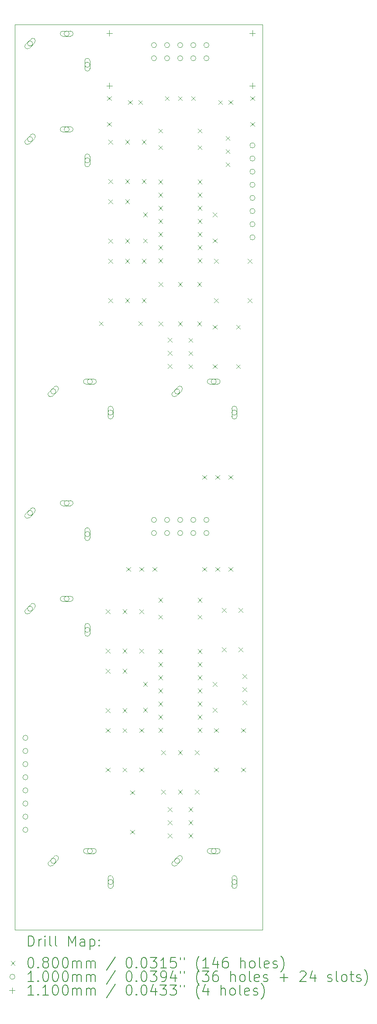
<source format=gbr>
%TF.GenerationSoftware,KiCad,Pcbnew,9.0.0*%
%TF.CreationDate,2025-03-16T11:49:52+01:00*%
%TF.ProjectId,DMH_Transistor_VCA_PCB,444d485f-5472-4616-9e73-6973746f725f,1*%
%TF.SameCoordinates,Original*%
%TF.FileFunction,Drillmap*%
%TF.FilePolarity,Positive*%
%FSLAX45Y45*%
G04 Gerber Fmt 4.5, Leading zero omitted, Abs format (unit mm)*
G04 Created by KiCad (PCBNEW 9.0.0) date 2025-03-16 11:49:52*
%MOMM*%
%LPD*%
G01*
G04 APERTURE LIST*
%ADD10C,0.050000*%
%ADD11C,0.200000*%
%ADD12C,0.100000*%
%ADD13C,0.110000*%
G04 APERTURE END LIST*
D10*
X5100000Y-4250000D02*
X9900000Y-4250000D01*
X9900000Y-21750000D01*
X5100000Y-21750000D01*
X5100000Y-4250000D01*
D11*
D12*
X6729000Y-9985000D02*
X6809000Y-10065000D01*
X6809000Y-9985000D02*
X6729000Y-10065000D01*
X6860000Y-15554000D02*
X6940000Y-15634000D01*
X6940000Y-15554000D02*
X6860000Y-15634000D01*
X6860000Y-16316000D02*
X6940000Y-16396000D01*
X6940000Y-16316000D02*
X6860000Y-16396000D01*
X6860000Y-16704000D02*
X6940000Y-16784000D01*
X6940000Y-16704000D02*
X6860000Y-16784000D01*
X6860000Y-17466000D02*
X6940000Y-17546000D01*
X6940000Y-17466000D02*
X6860000Y-17546000D01*
X6860000Y-17854000D02*
X6940000Y-17934000D01*
X6940000Y-17854000D02*
X6860000Y-17934000D01*
X6860000Y-18616000D02*
X6940000Y-18696000D01*
X6940000Y-18616000D02*
X6860000Y-18696000D01*
X6885000Y-5635000D02*
X6965000Y-5715000D01*
X6965000Y-5635000D02*
X6885000Y-5715000D01*
X6885000Y-6135000D02*
X6965000Y-6215000D01*
X6965000Y-6135000D02*
X6885000Y-6215000D01*
X6910000Y-6479000D02*
X6990000Y-6559000D01*
X6990000Y-6479000D02*
X6910000Y-6559000D01*
X6910000Y-7241000D02*
X6990000Y-7321000D01*
X6990000Y-7241000D02*
X6910000Y-7321000D01*
X6910000Y-7629000D02*
X6990000Y-7709000D01*
X6990000Y-7629000D02*
X6910000Y-7709000D01*
X6910000Y-8391000D02*
X6990000Y-8471000D01*
X6990000Y-8391000D02*
X6910000Y-8471000D01*
X6910000Y-8779000D02*
X6990000Y-8859000D01*
X6990000Y-8779000D02*
X6910000Y-8859000D01*
X6910000Y-9541000D02*
X6990000Y-9621000D01*
X6990000Y-9541000D02*
X6910000Y-9621000D01*
X7185000Y-15554000D02*
X7265000Y-15634000D01*
X7265000Y-15554000D02*
X7185000Y-15634000D01*
X7185000Y-16316000D02*
X7265000Y-16396000D01*
X7265000Y-16316000D02*
X7185000Y-16396000D01*
X7185000Y-16704000D02*
X7265000Y-16784000D01*
X7265000Y-16704000D02*
X7185000Y-16784000D01*
X7185000Y-17466000D02*
X7265000Y-17546000D01*
X7265000Y-17466000D02*
X7185000Y-17546000D01*
X7185000Y-17854000D02*
X7265000Y-17934000D01*
X7265000Y-17854000D02*
X7185000Y-17934000D01*
X7185000Y-18616000D02*
X7265000Y-18696000D01*
X7265000Y-18616000D02*
X7185000Y-18696000D01*
X7235000Y-6479000D02*
X7315000Y-6559000D01*
X7315000Y-6479000D02*
X7235000Y-6559000D01*
X7235000Y-7241000D02*
X7315000Y-7321000D01*
X7315000Y-7241000D02*
X7235000Y-7321000D01*
X7235000Y-7629000D02*
X7315000Y-7709000D01*
X7315000Y-7629000D02*
X7235000Y-7709000D01*
X7235000Y-8391000D02*
X7315000Y-8471000D01*
X7315000Y-8391000D02*
X7235000Y-8471000D01*
X7235000Y-8779000D02*
X7315000Y-8859000D01*
X7315000Y-8779000D02*
X7235000Y-8859000D01*
X7235000Y-9541000D02*
X7315000Y-9621000D01*
X7315000Y-9541000D02*
X7235000Y-9621000D01*
X7256000Y-14735000D02*
X7336000Y-14815000D01*
X7336000Y-14735000D02*
X7256000Y-14815000D01*
X7289489Y-5710000D02*
X7369489Y-5790000D01*
X7369489Y-5710000D02*
X7289489Y-5790000D01*
X7335000Y-19054000D02*
X7415000Y-19134000D01*
X7415000Y-19054000D02*
X7335000Y-19134000D01*
X7335000Y-19816000D02*
X7415000Y-19896000D01*
X7415000Y-19816000D02*
X7335000Y-19896000D01*
X7489489Y-5710000D02*
X7569489Y-5790000D01*
X7569489Y-5710000D02*
X7489489Y-5790000D01*
X7491000Y-9985000D02*
X7571000Y-10065000D01*
X7571000Y-9985000D02*
X7491000Y-10065000D01*
X7510000Y-14735000D02*
X7590000Y-14815000D01*
X7590000Y-14735000D02*
X7510000Y-14815000D01*
X7510000Y-15554000D02*
X7590000Y-15634000D01*
X7590000Y-15554000D02*
X7510000Y-15634000D01*
X7510000Y-16316000D02*
X7590000Y-16396000D01*
X7590000Y-16316000D02*
X7510000Y-16396000D01*
X7510000Y-17854000D02*
X7590000Y-17934000D01*
X7590000Y-17854000D02*
X7510000Y-17934000D01*
X7510000Y-18616000D02*
X7590000Y-18696000D01*
X7590000Y-18616000D02*
X7510000Y-18696000D01*
X7560000Y-6479000D02*
X7640000Y-6559000D01*
X7640000Y-6479000D02*
X7560000Y-6559000D01*
X7560000Y-7241000D02*
X7640000Y-7321000D01*
X7640000Y-7241000D02*
X7560000Y-7321000D01*
X7560000Y-8779000D02*
X7640000Y-8859000D01*
X7640000Y-8779000D02*
X7560000Y-8859000D01*
X7560000Y-9541000D02*
X7640000Y-9621000D01*
X7640000Y-9541000D02*
X7560000Y-9621000D01*
X7585000Y-7885000D02*
X7665000Y-7965000D01*
X7665000Y-7885000D02*
X7585000Y-7965000D01*
X7585000Y-8385000D02*
X7665000Y-8465000D01*
X7665000Y-8385000D02*
X7585000Y-8465000D01*
X7585000Y-16960000D02*
X7665000Y-17040000D01*
X7665000Y-16960000D02*
X7585000Y-17040000D01*
X7585000Y-17460000D02*
X7665000Y-17540000D01*
X7665000Y-17460000D02*
X7585000Y-17540000D01*
X7764000Y-14735000D02*
X7844000Y-14815000D01*
X7844000Y-14735000D02*
X7764000Y-14815000D01*
X7878000Y-7247500D02*
X7958000Y-7327500D01*
X7958000Y-7247500D02*
X7878000Y-7327500D01*
X7878000Y-7501500D02*
X7958000Y-7581500D01*
X7958000Y-7501500D02*
X7878000Y-7581500D01*
X7878000Y-7755500D02*
X7958000Y-7835500D01*
X7958000Y-7755500D02*
X7878000Y-7835500D01*
X7878000Y-8009500D02*
X7958000Y-8089500D01*
X7958000Y-8009500D02*
X7878000Y-8089500D01*
X7878000Y-8263500D02*
X7958000Y-8343500D01*
X7958000Y-8263500D02*
X7878000Y-8343500D01*
X7878000Y-8517500D02*
X7958000Y-8597500D01*
X7958000Y-8517500D02*
X7878000Y-8597500D01*
X7878000Y-8771500D02*
X7958000Y-8851500D01*
X7958000Y-8771500D02*
X7878000Y-8851500D01*
X7878000Y-16322500D02*
X7958000Y-16402500D01*
X7958000Y-16322500D02*
X7878000Y-16402500D01*
X7878000Y-16576500D02*
X7958000Y-16656500D01*
X7958000Y-16576500D02*
X7878000Y-16656500D01*
X7878000Y-16830500D02*
X7958000Y-16910500D01*
X7958000Y-16830500D02*
X7878000Y-16910500D01*
X7878000Y-17084500D02*
X7958000Y-17164500D01*
X7958000Y-17084500D02*
X7878000Y-17164500D01*
X7878000Y-17338500D02*
X7958000Y-17418500D01*
X7958000Y-17338500D02*
X7878000Y-17418500D01*
X7878000Y-17592500D02*
X7958000Y-17672500D01*
X7958000Y-17592500D02*
X7878000Y-17672500D01*
X7878000Y-17846500D02*
X7958000Y-17926500D01*
X7958000Y-17846500D02*
X7878000Y-17926500D01*
X7879000Y-6260000D02*
X7959000Y-6340000D01*
X7959000Y-6260000D02*
X7879000Y-6340000D01*
X7879000Y-6585000D02*
X7959000Y-6665000D01*
X7959000Y-6585000D02*
X7879000Y-6665000D01*
X7879000Y-15335000D02*
X7959000Y-15415000D01*
X7959000Y-15335000D02*
X7879000Y-15415000D01*
X7879000Y-15660000D02*
X7959000Y-15740000D01*
X7959000Y-15660000D02*
X7879000Y-15740000D01*
X7885000Y-9229000D02*
X7965000Y-9309000D01*
X7965000Y-9229000D02*
X7885000Y-9309000D01*
X7885000Y-9991000D02*
X7965000Y-10071000D01*
X7965000Y-9991000D02*
X7885000Y-10071000D01*
X7935000Y-18279000D02*
X8015000Y-18359000D01*
X8015000Y-18279000D02*
X7935000Y-18359000D01*
X7935000Y-19041000D02*
X8015000Y-19121000D01*
X8015000Y-19041000D02*
X7935000Y-19121000D01*
X8006000Y-5635000D02*
X8086000Y-5715000D01*
X8086000Y-5635000D02*
X8006000Y-5715000D01*
X8060000Y-10306000D02*
X8140000Y-10386000D01*
X8140000Y-10306000D02*
X8060000Y-10386000D01*
X8060000Y-10560000D02*
X8140000Y-10640000D01*
X8140000Y-10560000D02*
X8060000Y-10640000D01*
X8060000Y-10814000D02*
X8140000Y-10894000D01*
X8140000Y-10814000D02*
X8060000Y-10894000D01*
X8060000Y-19381000D02*
X8140000Y-19461000D01*
X8140000Y-19381000D02*
X8060000Y-19461000D01*
X8060000Y-19635000D02*
X8140000Y-19715000D01*
X8140000Y-19635000D02*
X8060000Y-19715000D01*
X8060000Y-19889000D02*
X8140000Y-19969000D01*
X8140000Y-19889000D02*
X8060000Y-19969000D01*
X8260000Y-5635000D02*
X8340000Y-5715000D01*
X8340000Y-5635000D02*
X8260000Y-5715000D01*
X8260000Y-9229000D02*
X8340000Y-9309000D01*
X8340000Y-9229000D02*
X8260000Y-9309000D01*
X8260000Y-9991000D02*
X8340000Y-10071000D01*
X8340000Y-9991000D02*
X8260000Y-10071000D01*
X8260000Y-18279000D02*
X8340000Y-18359000D01*
X8340000Y-18279000D02*
X8260000Y-18359000D01*
X8260000Y-19041000D02*
X8340000Y-19121000D01*
X8340000Y-19041000D02*
X8260000Y-19121000D01*
X8465000Y-10307000D02*
X8545000Y-10387000D01*
X8545000Y-10307000D02*
X8465000Y-10387000D01*
X8465000Y-10561000D02*
X8545000Y-10641000D01*
X8545000Y-10561000D02*
X8465000Y-10641000D01*
X8465000Y-10815000D02*
X8545000Y-10895000D01*
X8545000Y-10815000D02*
X8465000Y-10895000D01*
X8465000Y-19381000D02*
X8545000Y-19461000D01*
X8545000Y-19381000D02*
X8465000Y-19461000D01*
X8465000Y-19635000D02*
X8545000Y-19715000D01*
X8545000Y-19635000D02*
X8465000Y-19715000D01*
X8465000Y-19889000D02*
X8545000Y-19969000D01*
X8545000Y-19889000D02*
X8465000Y-19969000D01*
X8514000Y-5635000D02*
X8594000Y-5715000D01*
X8594000Y-5635000D02*
X8514000Y-5715000D01*
X8585000Y-18279000D02*
X8665000Y-18359000D01*
X8665000Y-18279000D02*
X8585000Y-18359000D01*
X8585000Y-19041000D02*
X8665000Y-19121000D01*
X8665000Y-19041000D02*
X8585000Y-19121000D01*
X8635000Y-9229000D02*
X8715000Y-9309000D01*
X8715000Y-9229000D02*
X8635000Y-9309000D01*
X8635000Y-9991000D02*
X8715000Y-10071000D01*
X8715000Y-9991000D02*
X8635000Y-10071000D01*
X8640000Y-7247500D02*
X8720000Y-7327500D01*
X8720000Y-7247500D02*
X8640000Y-7327500D01*
X8640000Y-7501500D02*
X8720000Y-7581500D01*
X8720000Y-7501500D02*
X8640000Y-7581500D01*
X8640000Y-7755500D02*
X8720000Y-7835500D01*
X8720000Y-7755500D02*
X8640000Y-7835500D01*
X8640000Y-8009500D02*
X8720000Y-8089500D01*
X8720000Y-8009500D02*
X8640000Y-8089500D01*
X8640000Y-8263500D02*
X8720000Y-8343500D01*
X8720000Y-8263500D02*
X8640000Y-8343500D01*
X8640000Y-8517500D02*
X8720000Y-8597500D01*
X8720000Y-8517500D02*
X8640000Y-8597500D01*
X8640000Y-8771500D02*
X8720000Y-8851500D01*
X8720000Y-8771500D02*
X8640000Y-8851500D01*
X8640000Y-16322500D02*
X8720000Y-16402500D01*
X8720000Y-16322500D02*
X8640000Y-16402500D01*
X8640000Y-16576500D02*
X8720000Y-16656500D01*
X8720000Y-16576500D02*
X8640000Y-16656500D01*
X8640000Y-16830500D02*
X8720000Y-16910500D01*
X8720000Y-16830500D02*
X8640000Y-16910500D01*
X8640000Y-17084500D02*
X8720000Y-17164500D01*
X8720000Y-17084500D02*
X8640000Y-17164500D01*
X8640000Y-17338500D02*
X8720000Y-17418500D01*
X8720000Y-17338500D02*
X8640000Y-17418500D01*
X8640000Y-17592500D02*
X8720000Y-17672500D01*
X8720000Y-17592500D02*
X8640000Y-17672500D01*
X8640000Y-17846500D02*
X8720000Y-17926500D01*
X8720000Y-17846500D02*
X8640000Y-17926500D01*
X8641000Y-6260000D02*
X8721000Y-6340000D01*
X8721000Y-6260000D02*
X8641000Y-6340000D01*
X8641000Y-6585000D02*
X8721000Y-6665000D01*
X8721000Y-6585000D02*
X8641000Y-6665000D01*
X8641000Y-15335000D02*
X8721000Y-15415000D01*
X8721000Y-15335000D02*
X8641000Y-15415000D01*
X8641000Y-15660000D02*
X8721000Y-15740000D01*
X8721000Y-15660000D02*
X8641000Y-15740000D01*
X8731000Y-14735000D02*
X8811000Y-14815000D01*
X8811000Y-14735000D02*
X8731000Y-14815000D01*
X8732000Y-12960000D02*
X8812000Y-13040000D01*
X8812000Y-12960000D02*
X8732000Y-13040000D01*
X8935000Y-7885000D02*
X9015000Y-7965000D01*
X9015000Y-7885000D02*
X8935000Y-7965000D01*
X8935000Y-8385000D02*
X9015000Y-8465000D01*
X9015000Y-8385000D02*
X8935000Y-8465000D01*
X8935000Y-10054000D02*
X9015000Y-10134000D01*
X9015000Y-10054000D02*
X8935000Y-10134000D01*
X8935000Y-10816000D02*
X9015000Y-10896000D01*
X9015000Y-10816000D02*
X8935000Y-10896000D01*
X8935000Y-16960000D02*
X9015000Y-17040000D01*
X9015000Y-16960000D02*
X8935000Y-17040000D01*
X8935000Y-17460000D02*
X9015000Y-17540000D01*
X9015000Y-17460000D02*
X8935000Y-17540000D01*
X8960000Y-8779000D02*
X9040000Y-8859000D01*
X9040000Y-8779000D02*
X8960000Y-8859000D01*
X8960000Y-9541000D02*
X9040000Y-9621000D01*
X9040000Y-9541000D02*
X8960000Y-9621000D01*
X8960000Y-17854000D02*
X9040000Y-17934000D01*
X9040000Y-17854000D02*
X8960000Y-17934000D01*
X8960000Y-18616000D02*
X9040000Y-18696000D01*
X9040000Y-18616000D02*
X8960000Y-18696000D01*
X8985000Y-14735000D02*
X9065000Y-14815000D01*
X9065000Y-14735000D02*
X8985000Y-14815000D01*
X8986000Y-12960000D02*
X9066000Y-13040000D01*
X9066000Y-12960000D02*
X8986000Y-13040000D01*
X9039489Y-5710000D02*
X9119489Y-5790000D01*
X9119489Y-5710000D02*
X9039489Y-5790000D01*
X9110000Y-15529000D02*
X9190000Y-15609000D01*
X9190000Y-15529000D02*
X9110000Y-15609000D01*
X9110000Y-16291000D02*
X9190000Y-16371000D01*
X9190000Y-16291000D02*
X9110000Y-16371000D01*
X9185000Y-6405000D02*
X9265000Y-6485000D01*
X9265000Y-6405000D02*
X9185000Y-6485000D01*
X9185000Y-6659000D02*
X9265000Y-6739000D01*
X9265000Y-6659000D02*
X9185000Y-6739000D01*
X9185000Y-6913000D02*
X9265000Y-6993000D01*
X9265000Y-6913000D02*
X9185000Y-6993000D01*
X9239000Y-14735000D02*
X9319000Y-14815000D01*
X9319000Y-14735000D02*
X9239000Y-14815000D01*
X9239489Y-5710000D02*
X9319489Y-5790000D01*
X9319489Y-5710000D02*
X9239489Y-5790000D01*
X9240000Y-12960000D02*
X9320000Y-13040000D01*
X9320000Y-12960000D02*
X9240000Y-13040000D01*
X9385000Y-10054000D02*
X9465000Y-10134000D01*
X9465000Y-10054000D02*
X9385000Y-10134000D01*
X9385000Y-10816000D02*
X9465000Y-10896000D01*
X9465000Y-10816000D02*
X9385000Y-10896000D01*
X9435000Y-15529000D02*
X9515000Y-15609000D01*
X9515000Y-15529000D02*
X9435000Y-15609000D01*
X9435000Y-16291000D02*
X9515000Y-16371000D01*
X9515000Y-16291000D02*
X9435000Y-16371000D01*
X9485000Y-17854000D02*
X9565000Y-17934000D01*
X9565000Y-17854000D02*
X9485000Y-17934000D01*
X9485000Y-18616000D02*
X9565000Y-18696000D01*
X9565000Y-18616000D02*
X9485000Y-18696000D01*
X9510000Y-16806000D02*
X9590000Y-16886000D01*
X9590000Y-16806000D02*
X9510000Y-16886000D01*
X9510000Y-17060000D02*
X9590000Y-17140000D01*
X9590000Y-17060000D02*
X9510000Y-17140000D01*
X9510000Y-17314000D02*
X9590000Y-17394000D01*
X9590000Y-17314000D02*
X9510000Y-17394000D01*
X9610000Y-8779000D02*
X9690000Y-8859000D01*
X9690000Y-8779000D02*
X9610000Y-8859000D01*
X9610000Y-9541000D02*
X9690000Y-9621000D01*
X9690000Y-9541000D02*
X9610000Y-9621000D01*
X9660000Y-5635000D02*
X9740000Y-5715000D01*
X9740000Y-5635000D02*
X9660000Y-5715000D01*
X9660000Y-6135000D02*
X9740000Y-6215000D01*
X9740000Y-6135000D02*
X9660000Y-6215000D01*
X5350000Y-18037500D02*
G75*
G02*
X5250000Y-18037500I-50000J0D01*
G01*
X5250000Y-18037500D02*
G75*
G02*
X5350000Y-18037500I50000J0D01*
G01*
X5350000Y-18291500D02*
G75*
G02*
X5250000Y-18291500I-50000J0D01*
G01*
X5250000Y-18291500D02*
G75*
G02*
X5350000Y-18291500I50000J0D01*
G01*
X5350000Y-18545500D02*
G75*
G02*
X5250000Y-18545500I-50000J0D01*
G01*
X5250000Y-18545500D02*
G75*
G02*
X5350000Y-18545500I50000J0D01*
G01*
X5350000Y-18799500D02*
G75*
G02*
X5250000Y-18799500I-50000J0D01*
G01*
X5250000Y-18799500D02*
G75*
G02*
X5350000Y-18799500I50000J0D01*
G01*
X5350000Y-19053500D02*
G75*
G02*
X5250000Y-19053500I-50000J0D01*
G01*
X5250000Y-19053500D02*
G75*
G02*
X5350000Y-19053500I50000J0D01*
G01*
X5350000Y-19307500D02*
G75*
G02*
X5250000Y-19307500I-50000J0D01*
G01*
X5250000Y-19307500D02*
G75*
G02*
X5350000Y-19307500I50000J0D01*
G01*
X5350000Y-19561500D02*
G75*
G02*
X5250000Y-19561500I-50000J0D01*
G01*
X5250000Y-19561500D02*
G75*
G02*
X5350000Y-19561500I50000J0D01*
G01*
X5350000Y-19815500D02*
G75*
G02*
X5250000Y-19815500I-50000J0D01*
G01*
X5250000Y-19815500D02*
G75*
G02*
X5350000Y-19815500I50000J0D01*
G01*
X5440381Y-4615381D02*
G75*
G02*
X5340381Y-4615381I-50000J0D01*
G01*
X5340381Y-4615381D02*
G75*
G02*
X5440381Y-4615381I50000J0D01*
G01*
X5408059Y-4526993D02*
X5301993Y-4633059D01*
X5372703Y-4703769D02*
G75*
G02*
X5301993Y-4633059I-35355J35355D01*
G01*
X5372703Y-4703769D02*
X5478769Y-4597703D01*
X5478769Y-4597703D02*
G75*
G03*
X5408059Y-4526993I-35355J35355D01*
G01*
X5440381Y-6465381D02*
G75*
G02*
X5340381Y-6465381I-50000J0D01*
G01*
X5340381Y-6465381D02*
G75*
G02*
X5440381Y-6465381I50000J0D01*
G01*
X5408059Y-6376993D02*
X5301993Y-6483059D01*
X5372703Y-6553769D02*
G75*
G02*
X5301993Y-6483059I-35355J35355D01*
G01*
X5372703Y-6553769D02*
X5478769Y-6447703D01*
X5478769Y-6447703D02*
G75*
G03*
X5408059Y-6376993I-35355J35355D01*
G01*
X5440381Y-13690381D02*
G75*
G02*
X5340381Y-13690381I-50000J0D01*
G01*
X5340381Y-13690381D02*
G75*
G02*
X5440381Y-13690381I50000J0D01*
G01*
X5408059Y-13601993D02*
X5301993Y-13708059D01*
X5372703Y-13778769D02*
G75*
G02*
X5301993Y-13708059I-35355J35355D01*
G01*
X5372703Y-13778769D02*
X5478769Y-13672703D01*
X5478769Y-13672703D02*
G75*
G03*
X5408059Y-13601993I-35355J35355D01*
G01*
X5440381Y-15540381D02*
G75*
G02*
X5340381Y-15540381I-50000J0D01*
G01*
X5340381Y-15540381D02*
G75*
G02*
X5440381Y-15540381I50000J0D01*
G01*
X5408059Y-15451993D02*
X5301993Y-15558059D01*
X5372703Y-15628769D02*
G75*
G02*
X5301993Y-15558059I-35355J35355D01*
G01*
X5372703Y-15628769D02*
X5478769Y-15522703D01*
X5478769Y-15522703D02*
G75*
G03*
X5408059Y-15451993I-35355J35355D01*
G01*
X5890381Y-11340381D02*
G75*
G02*
X5790381Y-11340381I-50000J0D01*
G01*
X5790381Y-11340381D02*
G75*
G02*
X5890381Y-11340381I50000J0D01*
G01*
X5858059Y-11251993D02*
X5751993Y-11358059D01*
X5822703Y-11428769D02*
G75*
G02*
X5751993Y-11358059I-35355J35355D01*
G01*
X5822703Y-11428769D02*
X5928769Y-11322703D01*
X5928769Y-11322703D02*
G75*
G03*
X5858059Y-11251993I-35355J35355D01*
G01*
X5890381Y-20415381D02*
G75*
G02*
X5790381Y-20415381I-50000J0D01*
G01*
X5790381Y-20415381D02*
G75*
G02*
X5890381Y-20415381I50000J0D01*
G01*
X5858059Y-20326993D02*
X5751993Y-20433059D01*
X5822703Y-20503769D02*
G75*
G02*
X5751993Y-20433059I-35355J35355D01*
G01*
X5822703Y-20503769D02*
X5928769Y-20397703D01*
X5928769Y-20397703D02*
G75*
G03*
X5858059Y-20326993I-35355J35355D01*
G01*
X6150000Y-4425000D02*
G75*
G02*
X6050000Y-4425000I-50000J0D01*
G01*
X6050000Y-4425000D02*
G75*
G02*
X6150000Y-4425000I50000J0D01*
G01*
X6025000Y-4475000D02*
X6175000Y-4475000D01*
X6175000Y-4375000D02*
G75*
G02*
X6175000Y-4475000I0J-50000D01*
G01*
X6175000Y-4375000D02*
X6025000Y-4375000D01*
X6025000Y-4375000D02*
G75*
G03*
X6025000Y-4475000I0J-50000D01*
G01*
X6150000Y-6275000D02*
G75*
G02*
X6050000Y-6275000I-50000J0D01*
G01*
X6050000Y-6275000D02*
G75*
G02*
X6150000Y-6275000I50000J0D01*
G01*
X6025000Y-6325000D02*
X6175000Y-6325000D01*
X6175000Y-6225000D02*
G75*
G02*
X6175000Y-6325000I0J-50000D01*
G01*
X6175000Y-6225000D02*
X6025000Y-6225000D01*
X6025000Y-6225000D02*
G75*
G03*
X6025000Y-6325000I0J-50000D01*
G01*
X6150000Y-13500000D02*
G75*
G02*
X6050000Y-13500000I-50000J0D01*
G01*
X6050000Y-13500000D02*
G75*
G02*
X6150000Y-13500000I50000J0D01*
G01*
X6025000Y-13550000D02*
X6175000Y-13550000D01*
X6175000Y-13450000D02*
G75*
G02*
X6175000Y-13550000I0J-50000D01*
G01*
X6175000Y-13450000D02*
X6025000Y-13450000D01*
X6025000Y-13450000D02*
G75*
G03*
X6025000Y-13550000I0J-50000D01*
G01*
X6150000Y-15350000D02*
G75*
G02*
X6050000Y-15350000I-50000J0D01*
G01*
X6050000Y-15350000D02*
G75*
G02*
X6150000Y-15350000I50000J0D01*
G01*
X6025000Y-15400000D02*
X6175000Y-15400000D01*
X6175000Y-15300000D02*
G75*
G02*
X6175000Y-15400000I0J-50000D01*
G01*
X6175000Y-15300000D02*
X6025000Y-15300000D01*
X6025000Y-15300000D02*
G75*
G03*
X6025000Y-15400000I0J-50000D01*
G01*
X6550000Y-5025000D02*
G75*
G02*
X6450000Y-5025000I-50000J0D01*
G01*
X6450000Y-5025000D02*
G75*
G02*
X6550000Y-5025000I50000J0D01*
G01*
X6450000Y-4950000D02*
X6450000Y-5100000D01*
X6550000Y-5100000D02*
G75*
G02*
X6450000Y-5100000I-50000J0D01*
G01*
X6550000Y-5100000D02*
X6550000Y-4950000D01*
X6550000Y-4950000D02*
G75*
G03*
X6450000Y-4950000I-50000J0D01*
G01*
X6550000Y-6875000D02*
G75*
G02*
X6450000Y-6875000I-50000J0D01*
G01*
X6450000Y-6875000D02*
G75*
G02*
X6550000Y-6875000I50000J0D01*
G01*
X6450000Y-6800000D02*
X6450000Y-6950000D01*
X6550000Y-6950000D02*
G75*
G02*
X6450000Y-6950000I-50000J0D01*
G01*
X6550000Y-6950000D02*
X6550000Y-6800000D01*
X6550000Y-6800000D02*
G75*
G03*
X6450000Y-6800000I-50000J0D01*
G01*
X6550000Y-14100000D02*
G75*
G02*
X6450000Y-14100000I-50000J0D01*
G01*
X6450000Y-14100000D02*
G75*
G02*
X6550000Y-14100000I50000J0D01*
G01*
X6450000Y-14025000D02*
X6450000Y-14175000D01*
X6550000Y-14175000D02*
G75*
G02*
X6450000Y-14175000I-50000J0D01*
G01*
X6550000Y-14175000D02*
X6550000Y-14025000D01*
X6550000Y-14025000D02*
G75*
G03*
X6450000Y-14025000I-50000J0D01*
G01*
X6550000Y-15950000D02*
G75*
G02*
X6450000Y-15950000I-50000J0D01*
G01*
X6450000Y-15950000D02*
G75*
G02*
X6550000Y-15950000I50000J0D01*
G01*
X6450000Y-15875000D02*
X6450000Y-16025000D01*
X6550000Y-16025000D02*
G75*
G02*
X6450000Y-16025000I-50000J0D01*
G01*
X6550000Y-16025000D02*
X6550000Y-15875000D01*
X6550000Y-15875000D02*
G75*
G03*
X6450000Y-15875000I-50000J0D01*
G01*
X6600000Y-11150000D02*
G75*
G02*
X6500000Y-11150000I-50000J0D01*
G01*
X6500000Y-11150000D02*
G75*
G02*
X6600000Y-11150000I50000J0D01*
G01*
X6475000Y-11200000D02*
X6625000Y-11200000D01*
X6625000Y-11100000D02*
G75*
G02*
X6625000Y-11200000I0J-50000D01*
G01*
X6625000Y-11100000D02*
X6475000Y-11100000D01*
X6475000Y-11100000D02*
G75*
G03*
X6475000Y-11200000I0J-50000D01*
G01*
X6600000Y-20225000D02*
G75*
G02*
X6500000Y-20225000I-50000J0D01*
G01*
X6500000Y-20225000D02*
G75*
G02*
X6600000Y-20225000I50000J0D01*
G01*
X6475000Y-20275000D02*
X6625000Y-20275000D01*
X6625000Y-20175000D02*
G75*
G02*
X6625000Y-20275000I0J-50000D01*
G01*
X6625000Y-20175000D02*
X6475000Y-20175000D01*
X6475000Y-20175000D02*
G75*
G03*
X6475000Y-20275000I0J-50000D01*
G01*
X7000000Y-11750000D02*
G75*
G02*
X6900000Y-11750000I-50000J0D01*
G01*
X6900000Y-11750000D02*
G75*
G02*
X7000000Y-11750000I50000J0D01*
G01*
X6900000Y-11675000D02*
X6900000Y-11825000D01*
X7000000Y-11825000D02*
G75*
G02*
X6900000Y-11825000I-50000J0D01*
G01*
X7000000Y-11825000D02*
X7000000Y-11675000D01*
X7000000Y-11675000D02*
G75*
G03*
X6900000Y-11675000I-50000J0D01*
G01*
X7000000Y-20825000D02*
G75*
G02*
X6900000Y-20825000I-50000J0D01*
G01*
X6900000Y-20825000D02*
G75*
G02*
X7000000Y-20825000I50000J0D01*
G01*
X6900000Y-20750000D02*
X6900000Y-20900000D01*
X7000000Y-20900000D02*
G75*
G02*
X6900000Y-20900000I-50000J0D01*
G01*
X7000000Y-20900000D02*
X7000000Y-20750000D01*
X7000000Y-20750000D02*
G75*
G03*
X6900000Y-20750000I-50000J0D01*
G01*
X7842000Y-4646250D02*
G75*
G02*
X7742000Y-4646250I-50000J0D01*
G01*
X7742000Y-4646250D02*
G75*
G02*
X7842000Y-4646250I50000J0D01*
G01*
X7842000Y-4900250D02*
G75*
G02*
X7742000Y-4900250I-50000J0D01*
G01*
X7742000Y-4900250D02*
G75*
G02*
X7842000Y-4900250I50000J0D01*
G01*
X7842000Y-13824750D02*
G75*
G02*
X7742000Y-13824750I-50000J0D01*
G01*
X7742000Y-13824750D02*
G75*
G02*
X7842000Y-13824750I50000J0D01*
G01*
X7842000Y-14078750D02*
G75*
G02*
X7742000Y-14078750I-50000J0D01*
G01*
X7742000Y-14078750D02*
G75*
G02*
X7842000Y-14078750I50000J0D01*
G01*
X8096000Y-4646250D02*
G75*
G02*
X7996000Y-4646250I-50000J0D01*
G01*
X7996000Y-4646250D02*
G75*
G02*
X8096000Y-4646250I50000J0D01*
G01*
X8096000Y-4900250D02*
G75*
G02*
X7996000Y-4900250I-50000J0D01*
G01*
X7996000Y-4900250D02*
G75*
G02*
X8096000Y-4900250I50000J0D01*
G01*
X8096000Y-13824750D02*
G75*
G02*
X7996000Y-13824750I-50000J0D01*
G01*
X7996000Y-13824750D02*
G75*
G02*
X8096000Y-13824750I50000J0D01*
G01*
X8096000Y-14078750D02*
G75*
G02*
X7996000Y-14078750I-50000J0D01*
G01*
X7996000Y-14078750D02*
G75*
G02*
X8096000Y-14078750I50000J0D01*
G01*
X8290381Y-11340381D02*
G75*
G02*
X8190381Y-11340381I-50000J0D01*
G01*
X8190381Y-11340381D02*
G75*
G02*
X8290381Y-11340381I50000J0D01*
G01*
X8258059Y-11251993D02*
X8151993Y-11358059D01*
X8222703Y-11428769D02*
G75*
G02*
X8151993Y-11358059I-35355J35355D01*
G01*
X8222703Y-11428769D02*
X8328769Y-11322703D01*
X8328769Y-11322703D02*
G75*
G03*
X8258059Y-11251993I-35355J35355D01*
G01*
X8290381Y-20415381D02*
G75*
G02*
X8190381Y-20415381I-50000J0D01*
G01*
X8190381Y-20415381D02*
G75*
G02*
X8290381Y-20415381I50000J0D01*
G01*
X8258059Y-20326993D02*
X8151993Y-20433059D01*
X8222703Y-20503769D02*
G75*
G02*
X8151993Y-20433059I-35355J35355D01*
G01*
X8222703Y-20503769D02*
X8328769Y-20397703D01*
X8328769Y-20397703D02*
G75*
G03*
X8258059Y-20326993I-35355J35355D01*
G01*
X8350000Y-4646250D02*
G75*
G02*
X8250000Y-4646250I-50000J0D01*
G01*
X8250000Y-4646250D02*
G75*
G02*
X8350000Y-4646250I50000J0D01*
G01*
X8350000Y-4900250D02*
G75*
G02*
X8250000Y-4900250I-50000J0D01*
G01*
X8250000Y-4900250D02*
G75*
G02*
X8350000Y-4900250I50000J0D01*
G01*
X8350000Y-13824750D02*
G75*
G02*
X8250000Y-13824750I-50000J0D01*
G01*
X8250000Y-13824750D02*
G75*
G02*
X8350000Y-13824750I50000J0D01*
G01*
X8350000Y-14078750D02*
G75*
G02*
X8250000Y-14078750I-50000J0D01*
G01*
X8250000Y-14078750D02*
G75*
G02*
X8350000Y-14078750I50000J0D01*
G01*
X8604000Y-4646250D02*
G75*
G02*
X8504000Y-4646250I-50000J0D01*
G01*
X8504000Y-4646250D02*
G75*
G02*
X8604000Y-4646250I50000J0D01*
G01*
X8604000Y-4900250D02*
G75*
G02*
X8504000Y-4900250I-50000J0D01*
G01*
X8504000Y-4900250D02*
G75*
G02*
X8604000Y-4900250I50000J0D01*
G01*
X8604000Y-13824750D02*
G75*
G02*
X8504000Y-13824750I-50000J0D01*
G01*
X8504000Y-13824750D02*
G75*
G02*
X8604000Y-13824750I50000J0D01*
G01*
X8604000Y-14078750D02*
G75*
G02*
X8504000Y-14078750I-50000J0D01*
G01*
X8504000Y-14078750D02*
G75*
G02*
X8604000Y-14078750I50000J0D01*
G01*
X8858000Y-4646250D02*
G75*
G02*
X8758000Y-4646250I-50000J0D01*
G01*
X8758000Y-4646250D02*
G75*
G02*
X8858000Y-4646250I50000J0D01*
G01*
X8858000Y-4900250D02*
G75*
G02*
X8758000Y-4900250I-50000J0D01*
G01*
X8758000Y-4900250D02*
G75*
G02*
X8858000Y-4900250I50000J0D01*
G01*
X8858000Y-13824750D02*
G75*
G02*
X8758000Y-13824750I-50000J0D01*
G01*
X8758000Y-13824750D02*
G75*
G02*
X8858000Y-13824750I50000J0D01*
G01*
X8858000Y-14078750D02*
G75*
G02*
X8758000Y-14078750I-50000J0D01*
G01*
X8758000Y-14078750D02*
G75*
G02*
X8858000Y-14078750I50000J0D01*
G01*
X9000000Y-11150000D02*
G75*
G02*
X8900000Y-11150000I-50000J0D01*
G01*
X8900000Y-11150000D02*
G75*
G02*
X9000000Y-11150000I50000J0D01*
G01*
X8875000Y-11200000D02*
X9025000Y-11200000D01*
X9025000Y-11100000D02*
G75*
G02*
X9025000Y-11200000I0J-50000D01*
G01*
X9025000Y-11100000D02*
X8875000Y-11100000D01*
X8875000Y-11100000D02*
G75*
G03*
X8875000Y-11200000I0J-50000D01*
G01*
X9000000Y-20225000D02*
G75*
G02*
X8900000Y-20225000I-50000J0D01*
G01*
X8900000Y-20225000D02*
G75*
G02*
X9000000Y-20225000I50000J0D01*
G01*
X8875000Y-20275000D02*
X9025000Y-20275000D01*
X9025000Y-20175000D02*
G75*
G02*
X9025000Y-20275000I0J-50000D01*
G01*
X9025000Y-20175000D02*
X8875000Y-20175000D01*
X8875000Y-20175000D02*
G75*
G03*
X8875000Y-20275000I0J-50000D01*
G01*
X9400000Y-11750000D02*
G75*
G02*
X9300000Y-11750000I-50000J0D01*
G01*
X9300000Y-11750000D02*
G75*
G02*
X9400000Y-11750000I50000J0D01*
G01*
X9300000Y-11675000D02*
X9300000Y-11825000D01*
X9400000Y-11825000D02*
G75*
G02*
X9300000Y-11825000I-50000J0D01*
G01*
X9400000Y-11825000D02*
X9400000Y-11675000D01*
X9400000Y-11675000D02*
G75*
G03*
X9300000Y-11675000I-50000J0D01*
G01*
X9400000Y-20825000D02*
G75*
G02*
X9300000Y-20825000I-50000J0D01*
G01*
X9300000Y-20825000D02*
G75*
G02*
X9400000Y-20825000I50000J0D01*
G01*
X9300000Y-20750000D02*
X9300000Y-20900000D01*
X9400000Y-20900000D02*
G75*
G02*
X9300000Y-20900000I-50000J0D01*
G01*
X9400000Y-20900000D02*
X9400000Y-20750000D01*
X9400000Y-20750000D02*
G75*
G03*
X9300000Y-20750000I-50000J0D01*
G01*
X9750000Y-6584000D02*
G75*
G02*
X9650000Y-6584000I-50000J0D01*
G01*
X9650000Y-6584000D02*
G75*
G02*
X9750000Y-6584000I50000J0D01*
G01*
X9750000Y-6838000D02*
G75*
G02*
X9650000Y-6838000I-50000J0D01*
G01*
X9650000Y-6838000D02*
G75*
G02*
X9750000Y-6838000I50000J0D01*
G01*
X9750000Y-7092000D02*
G75*
G02*
X9650000Y-7092000I-50000J0D01*
G01*
X9650000Y-7092000D02*
G75*
G02*
X9750000Y-7092000I50000J0D01*
G01*
X9750000Y-7346000D02*
G75*
G02*
X9650000Y-7346000I-50000J0D01*
G01*
X9650000Y-7346000D02*
G75*
G02*
X9750000Y-7346000I50000J0D01*
G01*
X9750000Y-7600000D02*
G75*
G02*
X9650000Y-7600000I-50000J0D01*
G01*
X9650000Y-7600000D02*
G75*
G02*
X9750000Y-7600000I50000J0D01*
G01*
X9750000Y-7854000D02*
G75*
G02*
X9650000Y-7854000I-50000J0D01*
G01*
X9650000Y-7854000D02*
G75*
G02*
X9750000Y-7854000I50000J0D01*
G01*
X9750000Y-8108000D02*
G75*
G02*
X9650000Y-8108000I-50000J0D01*
G01*
X9650000Y-8108000D02*
G75*
G02*
X9750000Y-8108000I50000J0D01*
G01*
X9750000Y-8362000D02*
G75*
G02*
X9650000Y-8362000I-50000J0D01*
G01*
X9650000Y-8362000D02*
G75*
G02*
X9750000Y-8362000I50000J0D01*
G01*
D13*
X6925000Y-4362000D02*
X6925000Y-4472000D01*
X6870000Y-4417000D02*
X6980000Y-4417000D01*
X6925000Y-5378000D02*
X6925000Y-5488000D01*
X6870000Y-5433000D02*
X6980000Y-5433000D01*
X9700000Y-4362000D02*
X9700000Y-4472000D01*
X9645000Y-4417000D02*
X9755000Y-4417000D01*
X9700000Y-5378000D02*
X9700000Y-5488000D01*
X9645000Y-5433000D02*
X9755000Y-5433000D01*
D11*
X5358277Y-22063984D02*
X5358277Y-21863984D01*
X5358277Y-21863984D02*
X5405896Y-21863984D01*
X5405896Y-21863984D02*
X5434467Y-21873508D01*
X5434467Y-21873508D02*
X5453515Y-21892555D01*
X5453515Y-21892555D02*
X5463039Y-21911603D01*
X5463039Y-21911603D02*
X5472563Y-21949698D01*
X5472563Y-21949698D02*
X5472563Y-21978270D01*
X5472563Y-21978270D02*
X5463039Y-22016365D01*
X5463039Y-22016365D02*
X5453515Y-22035412D01*
X5453515Y-22035412D02*
X5434467Y-22054460D01*
X5434467Y-22054460D02*
X5405896Y-22063984D01*
X5405896Y-22063984D02*
X5358277Y-22063984D01*
X5558277Y-22063984D02*
X5558277Y-21930650D01*
X5558277Y-21968746D02*
X5567801Y-21949698D01*
X5567801Y-21949698D02*
X5577324Y-21940174D01*
X5577324Y-21940174D02*
X5596372Y-21930650D01*
X5596372Y-21930650D02*
X5615420Y-21930650D01*
X5682086Y-22063984D02*
X5682086Y-21930650D01*
X5682086Y-21863984D02*
X5672562Y-21873508D01*
X5672562Y-21873508D02*
X5682086Y-21883031D01*
X5682086Y-21883031D02*
X5691610Y-21873508D01*
X5691610Y-21873508D02*
X5682086Y-21863984D01*
X5682086Y-21863984D02*
X5682086Y-21883031D01*
X5805896Y-22063984D02*
X5786848Y-22054460D01*
X5786848Y-22054460D02*
X5777324Y-22035412D01*
X5777324Y-22035412D02*
X5777324Y-21863984D01*
X5910658Y-22063984D02*
X5891610Y-22054460D01*
X5891610Y-22054460D02*
X5882086Y-22035412D01*
X5882086Y-22035412D02*
X5882086Y-21863984D01*
X6139229Y-22063984D02*
X6139229Y-21863984D01*
X6139229Y-21863984D02*
X6205896Y-22006841D01*
X6205896Y-22006841D02*
X6272562Y-21863984D01*
X6272562Y-21863984D02*
X6272562Y-22063984D01*
X6453515Y-22063984D02*
X6453515Y-21959222D01*
X6453515Y-21959222D02*
X6443991Y-21940174D01*
X6443991Y-21940174D02*
X6424943Y-21930650D01*
X6424943Y-21930650D02*
X6386848Y-21930650D01*
X6386848Y-21930650D02*
X6367801Y-21940174D01*
X6453515Y-22054460D02*
X6434467Y-22063984D01*
X6434467Y-22063984D02*
X6386848Y-22063984D01*
X6386848Y-22063984D02*
X6367801Y-22054460D01*
X6367801Y-22054460D02*
X6358277Y-22035412D01*
X6358277Y-22035412D02*
X6358277Y-22016365D01*
X6358277Y-22016365D02*
X6367801Y-21997317D01*
X6367801Y-21997317D02*
X6386848Y-21987793D01*
X6386848Y-21987793D02*
X6434467Y-21987793D01*
X6434467Y-21987793D02*
X6453515Y-21978270D01*
X6548753Y-21930650D02*
X6548753Y-22130650D01*
X6548753Y-21940174D02*
X6567801Y-21930650D01*
X6567801Y-21930650D02*
X6605896Y-21930650D01*
X6605896Y-21930650D02*
X6624943Y-21940174D01*
X6624943Y-21940174D02*
X6634467Y-21949698D01*
X6634467Y-21949698D02*
X6643991Y-21968746D01*
X6643991Y-21968746D02*
X6643991Y-22025889D01*
X6643991Y-22025889D02*
X6634467Y-22044936D01*
X6634467Y-22044936D02*
X6624943Y-22054460D01*
X6624943Y-22054460D02*
X6605896Y-22063984D01*
X6605896Y-22063984D02*
X6567801Y-22063984D01*
X6567801Y-22063984D02*
X6548753Y-22054460D01*
X6729705Y-22044936D02*
X6739229Y-22054460D01*
X6739229Y-22054460D02*
X6729705Y-22063984D01*
X6729705Y-22063984D02*
X6720182Y-22054460D01*
X6720182Y-22054460D02*
X6729705Y-22044936D01*
X6729705Y-22044936D02*
X6729705Y-22063984D01*
X6729705Y-21940174D02*
X6739229Y-21949698D01*
X6739229Y-21949698D02*
X6729705Y-21959222D01*
X6729705Y-21959222D02*
X6720182Y-21949698D01*
X6720182Y-21949698D02*
X6729705Y-21940174D01*
X6729705Y-21940174D02*
X6729705Y-21959222D01*
D12*
X5017500Y-22352500D02*
X5097500Y-22432500D01*
X5097500Y-22352500D02*
X5017500Y-22432500D01*
D11*
X5396372Y-22283984D02*
X5415420Y-22283984D01*
X5415420Y-22283984D02*
X5434467Y-22293508D01*
X5434467Y-22293508D02*
X5443991Y-22303031D01*
X5443991Y-22303031D02*
X5453515Y-22322079D01*
X5453515Y-22322079D02*
X5463039Y-22360174D01*
X5463039Y-22360174D02*
X5463039Y-22407793D01*
X5463039Y-22407793D02*
X5453515Y-22445888D01*
X5453515Y-22445888D02*
X5443991Y-22464936D01*
X5443991Y-22464936D02*
X5434467Y-22474460D01*
X5434467Y-22474460D02*
X5415420Y-22483984D01*
X5415420Y-22483984D02*
X5396372Y-22483984D01*
X5396372Y-22483984D02*
X5377324Y-22474460D01*
X5377324Y-22474460D02*
X5367801Y-22464936D01*
X5367801Y-22464936D02*
X5358277Y-22445888D01*
X5358277Y-22445888D02*
X5348753Y-22407793D01*
X5348753Y-22407793D02*
X5348753Y-22360174D01*
X5348753Y-22360174D02*
X5358277Y-22322079D01*
X5358277Y-22322079D02*
X5367801Y-22303031D01*
X5367801Y-22303031D02*
X5377324Y-22293508D01*
X5377324Y-22293508D02*
X5396372Y-22283984D01*
X5548753Y-22464936D02*
X5558277Y-22474460D01*
X5558277Y-22474460D02*
X5548753Y-22483984D01*
X5548753Y-22483984D02*
X5539229Y-22474460D01*
X5539229Y-22474460D02*
X5548753Y-22464936D01*
X5548753Y-22464936D02*
X5548753Y-22483984D01*
X5672562Y-22369698D02*
X5653515Y-22360174D01*
X5653515Y-22360174D02*
X5643991Y-22350650D01*
X5643991Y-22350650D02*
X5634467Y-22331603D01*
X5634467Y-22331603D02*
X5634467Y-22322079D01*
X5634467Y-22322079D02*
X5643991Y-22303031D01*
X5643991Y-22303031D02*
X5653515Y-22293508D01*
X5653515Y-22293508D02*
X5672562Y-22283984D01*
X5672562Y-22283984D02*
X5710658Y-22283984D01*
X5710658Y-22283984D02*
X5729705Y-22293508D01*
X5729705Y-22293508D02*
X5739229Y-22303031D01*
X5739229Y-22303031D02*
X5748753Y-22322079D01*
X5748753Y-22322079D02*
X5748753Y-22331603D01*
X5748753Y-22331603D02*
X5739229Y-22350650D01*
X5739229Y-22350650D02*
X5729705Y-22360174D01*
X5729705Y-22360174D02*
X5710658Y-22369698D01*
X5710658Y-22369698D02*
X5672562Y-22369698D01*
X5672562Y-22369698D02*
X5653515Y-22379222D01*
X5653515Y-22379222D02*
X5643991Y-22388746D01*
X5643991Y-22388746D02*
X5634467Y-22407793D01*
X5634467Y-22407793D02*
X5634467Y-22445888D01*
X5634467Y-22445888D02*
X5643991Y-22464936D01*
X5643991Y-22464936D02*
X5653515Y-22474460D01*
X5653515Y-22474460D02*
X5672562Y-22483984D01*
X5672562Y-22483984D02*
X5710658Y-22483984D01*
X5710658Y-22483984D02*
X5729705Y-22474460D01*
X5729705Y-22474460D02*
X5739229Y-22464936D01*
X5739229Y-22464936D02*
X5748753Y-22445888D01*
X5748753Y-22445888D02*
X5748753Y-22407793D01*
X5748753Y-22407793D02*
X5739229Y-22388746D01*
X5739229Y-22388746D02*
X5729705Y-22379222D01*
X5729705Y-22379222D02*
X5710658Y-22369698D01*
X5872562Y-22283984D02*
X5891610Y-22283984D01*
X5891610Y-22283984D02*
X5910658Y-22293508D01*
X5910658Y-22293508D02*
X5920182Y-22303031D01*
X5920182Y-22303031D02*
X5929705Y-22322079D01*
X5929705Y-22322079D02*
X5939229Y-22360174D01*
X5939229Y-22360174D02*
X5939229Y-22407793D01*
X5939229Y-22407793D02*
X5929705Y-22445888D01*
X5929705Y-22445888D02*
X5920182Y-22464936D01*
X5920182Y-22464936D02*
X5910658Y-22474460D01*
X5910658Y-22474460D02*
X5891610Y-22483984D01*
X5891610Y-22483984D02*
X5872562Y-22483984D01*
X5872562Y-22483984D02*
X5853515Y-22474460D01*
X5853515Y-22474460D02*
X5843991Y-22464936D01*
X5843991Y-22464936D02*
X5834467Y-22445888D01*
X5834467Y-22445888D02*
X5824943Y-22407793D01*
X5824943Y-22407793D02*
X5824943Y-22360174D01*
X5824943Y-22360174D02*
X5834467Y-22322079D01*
X5834467Y-22322079D02*
X5843991Y-22303031D01*
X5843991Y-22303031D02*
X5853515Y-22293508D01*
X5853515Y-22293508D02*
X5872562Y-22283984D01*
X6063039Y-22283984D02*
X6082086Y-22283984D01*
X6082086Y-22283984D02*
X6101134Y-22293508D01*
X6101134Y-22293508D02*
X6110658Y-22303031D01*
X6110658Y-22303031D02*
X6120182Y-22322079D01*
X6120182Y-22322079D02*
X6129705Y-22360174D01*
X6129705Y-22360174D02*
X6129705Y-22407793D01*
X6129705Y-22407793D02*
X6120182Y-22445888D01*
X6120182Y-22445888D02*
X6110658Y-22464936D01*
X6110658Y-22464936D02*
X6101134Y-22474460D01*
X6101134Y-22474460D02*
X6082086Y-22483984D01*
X6082086Y-22483984D02*
X6063039Y-22483984D01*
X6063039Y-22483984D02*
X6043991Y-22474460D01*
X6043991Y-22474460D02*
X6034467Y-22464936D01*
X6034467Y-22464936D02*
X6024943Y-22445888D01*
X6024943Y-22445888D02*
X6015420Y-22407793D01*
X6015420Y-22407793D02*
X6015420Y-22360174D01*
X6015420Y-22360174D02*
X6024943Y-22322079D01*
X6024943Y-22322079D02*
X6034467Y-22303031D01*
X6034467Y-22303031D02*
X6043991Y-22293508D01*
X6043991Y-22293508D02*
X6063039Y-22283984D01*
X6215420Y-22483984D02*
X6215420Y-22350650D01*
X6215420Y-22369698D02*
X6224943Y-22360174D01*
X6224943Y-22360174D02*
X6243991Y-22350650D01*
X6243991Y-22350650D02*
X6272563Y-22350650D01*
X6272563Y-22350650D02*
X6291610Y-22360174D01*
X6291610Y-22360174D02*
X6301134Y-22379222D01*
X6301134Y-22379222D02*
X6301134Y-22483984D01*
X6301134Y-22379222D02*
X6310658Y-22360174D01*
X6310658Y-22360174D02*
X6329705Y-22350650D01*
X6329705Y-22350650D02*
X6358277Y-22350650D01*
X6358277Y-22350650D02*
X6377324Y-22360174D01*
X6377324Y-22360174D02*
X6386848Y-22379222D01*
X6386848Y-22379222D02*
X6386848Y-22483984D01*
X6482086Y-22483984D02*
X6482086Y-22350650D01*
X6482086Y-22369698D02*
X6491610Y-22360174D01*
X6491610Y-22360174D02*
X6510658Y-22350650D01*
X6510658Y-22350650D02*
X6539229Y-22350650D01*
X6539229Y-22350650D02*
X6558277Y-22360174D01*
X6558277Y-22360174D02*
X6567801Y-22379222D01*
X6567801Y-22379222D02*
X6567801Y-22483984D01*
X6567801Y-22379222D02*
X6577324Y-22360174D01*
X6577324Y-22360174D02*
X6596372Y-22350650D01*
X6596372Y-22350650D02*
X6624943Y-22350650D01*
X6624943Y-22350650D02*
X6643991Y-22360174D01*
X6643991Y-22360174D02*
X6653515Y-22379222D01*
X6653515Y-22379222D02*
X6653515Y-22483984D01*
X7043991Y-22274460D02*
X6872563Y-22531603D01*
X7301134Y-22283984D02*
X7320182Y-22283984D01*
X7320182Y-22283984D02*
X7339229Y-22293508D01*
X7339229Y-22293508D02*
X7348753Y-22303031D01*
X7348753Y-22303031D02*
X7358277Y-22322079D01*
X7358277Y-22322079D02*
X7367801Y-22360174D01*
X7367801Y-22360174D02*
X7367801Y-22407793D01*
X7367801Y-22407793D02*
X7358277Y-22445888D01*
X7358277Y-22445888D02*
X7348753Y-22464936D01*
X7348753Y-22464936D02*
X7339229Y-22474460D01*
X7339229Y-22474460D02*
X7320182Y-22483984D01*
X7320182Y-22483984D02*
X7301134Y-22483984D01*
X7301134Y-22483984D02*
X7282086Y-22474460D01*
X7282086Y-22474460D02*
X7272563Y-22464936D01*
X7272563Y-22464936D02*
X7263039Y-22445888D01*
X7263039Y-22445888D02*
X7253515Y-22407793D01*
X7253515Y-22407793D02*
X7253515Y-22360174D01*
X7253515Y-22360174D02*
X7263039Y-22322079D01*
X7263039Y-22322079D02*
X7272563Y-22303031D01*
X7272563Y-22303031D02*
X7282086Y-22293508D01*
X7282086Y-22293508D02*
X7301134Y-22283984D01*
X7453515Y-22464936D02*
X7463039Y-22474460D01*
X7463039Y-22474460D02*
X7453515Y-22483984D01*
X7453515Y-22483984D02*
X7443991Y-22474460D01*
X7443991Y-22474460D02*
X7453515Y-22464936D01*
X7453515Y-22464936D02*
X7453515Y-22483984D01*
X7586848Y-22283984D02*
X7605896Y-22283984D01*
X7605896Y-22283984D02*
X7624944Y-22293508D01*
X7624944Y-22293508D02*
X7634467Y-22303031D01*
X7634467Y-22303031D02*
X7643991Y-22322079D01*
X7643991Y-22322079D02*
X7653515Y-22360174D01*
X7653515Y-22360174D02*
X7653515Y-22407793D01*
X7653515Y-22407793D02*
X7643991Y-22445888D01*
X7643991Y-22445888D02*
X7634467Y-22464936D01*
X7634467Y-22464936D02*
X7624944Y-22474460D01*
X7624944Y-22474460D02*
X7605896Y-22483984D01*
X7605896Y-22483984D02*
X7586848Y-22483984D01*
X7586848Y-22483984D02*
X7567801Y-22474460D01*
X7567801Y-22474460D02*
X7558277Y-22464936D01*
X7558277Y-22464936D02*
X7548753Y-22445888D01*
X7548753Y-22445888D02*
X7539229Y-22407793D01*
X7539229Y-22407793D02*
X7539229Y-22360174D01*
X7539229Y-22360174D02*
X7548753Y-22322079D01*
X7548753Y-22322079D02*
X7558277Y-22303031D01*
X7558277Y-22303031D02*
X7567801Y-22293508D01*
X7567801Y-22293508D02*
X7586848Y-22283984D01*
X7720182Y-22283984D02*
X7843991Y-22283984D01*
X7843991Y-22283984D02*
X7777325Y-22360174D01*
X7777325Y-22360174D02*
X7805896Y-22360174D01*
X7805896Y-22360174D02*
X7824944Y-22369698D01*
X7824944Y-22369698D02*
X7834467Y-22379222D01*
X7834467Y-22379222D02*
X7843991Y-22398269D01*
X7843991Y-22398269D02*
X7843991Y-22445888D01*
X7843991Y-22445888D02*
X7834467Y-22464936D01*
X7834467Y-22464936D02*
X7824944Y-22474460D01*
X7824944Y-22474460D02*
X7805896Y-22483984D01*
X7805896Y-22483984D02*
X7748753Y-22483984D01*
X7748753Y-22483984D02*
X7729706Y-22474460D01*
X7729706Y-22474460D02*
X7720182Y-22464936D01*
X8034467Y-22483984D02*
X7920182Y-22483984D01*
X7977325Y-22483984D02*
X7977325Y-22283984D01*
X7977325Y-22283984D02*
X7958277Y-22312555D01*
X7958277Y-22312555D02*
X7939229Y-22331603D01*
X7939229Y-22331603D02*
X7920182Y-22341127D01*
X8215420Y-22283984D02*
X8120182Y-22283984D01*
X8120182Y-22283984D02*
X8110658Y-22379222D01*
X8110658Y-22379222D02*
X8120182Y-22369698D01*
X8120182Y-22369698D02*
X8139229Y-22360174D01*
X8139229Y-22360174D02*
X8186848Y-22360174D01*
X8186848Y-22360174D02*
X8205896Y-22369698D01*
X8205896Y-22369698D02*
X8215420Y-22379222D01*
X8215420Y-22379222D02*
X8224944Y-22398269D01*
X8224944Y-22398269D02*
X8224944Y-22445888D01*
X8224944Y-22445888D02*
X8215420Y-22464936D01*
X8215420Y-22464936D02*
X8205896Y-22474460D01*
X8205896Y-22474460D02*
X8186848Y-22483984D01*
X8186848Y-22483984D02*
X8139229Y-22483984D01*
X8139229Y-22483984D02*
X8120182Y-22474460D01*
X8120182Y-22474460D02*
X8110658Y-22464936D01*
X8301134Y-22283984D02*
X8301134Y-22322079D01*
X8377325Y-22283984D02*
X8377325Y-22322079D01*
X8672563Y-22560174D02*
X8663039Y-22550650D01*
X8663039Y-22550650D02*
X8643991Y-22522079D01*
X8643991Y-22522079D02*
X8634468Y-22503031D01*
X8634468Y-22503031D02*
X8624944Y-22474460D01*
X8624944Y-22474460D02*
X8615420Y-22426841D01*
X8615420Y-22426841D02*
X8615420Y-22388746D01*
X8615420Y-22388746D02*
X8624944Y-22341127D01*
X8624944Y-22341127D02*
X8634468Y-22312555D01*
X8634468Y-22312555D02*
X8643991Y-22293508D01*
X8643991Y-22293508D02*
X8663039Y-22264936D01*
X8663039Y-22264936D02*
X8672563Y-22255412D01*
X8853515Y-22483984D02*
X8739230Y-22483984D01*
X8796372Y-22483984D02*
X8796372Y-22283984D01*
X8796372Y-22283984D02*
X8777325Y-22312555D01*
X8777325Y-22312555D02*
X8758277Y-22331603D01*
X8758277Y-22331603D02*
X8739230Y-22341127D01*
X9024944Y-22350650D02*
X9024944Y-22483984D01*
X8977325Y-22274460D02*
X8929706Y-22417317D01*
X8929706Y-22417317D02*
X9053515Y-22417317D01*
X9215420Y-22283984D02*
X9177325Y-22283984D01*
X9177325Y-22283984D02*
X9158277Y-22293508D01*
X9158277Y-22293508D02*
X9148753Y-22303031D01*
X9148753Y-22303031D02*
X9129706Y-22331603D01*
X9129706Y-22331603D02*
X9120182Y-22369698D01*
X9120182Y-22369698D02*
X9120182Y-22445888D01*
X9120182Y-22445888D02*
X9129706Y-22464936D01*
X9129706Y-22464936D02*
X9139230Y-22474460D01*
X9139230Y-22474460D02*
X9158277Y-22483984D01*
X9158277Y-22483984D02*
X9196372Y-22483984D01*
X9196372Y-22483984D02*
X9215420Y-22474460D01*
X9215420Y-22474460D02*
X9224944Y-22464936D01*
X9224944Y-22464936D02*
X9234468Y-22445888D01*
X9234468Y-22445888D02*
X9234468Y-22398269D01*
X9234468Y-22398269D02*
X9224944Y-22379222D01*
X9224944Y-22379222D02*
X9215420Y-22369698D01*
X9215420Y-22369698D02*
X9196372Y-22360174D01*
X9196372Y-22360174D02*
X9158277Y-22360174D01*
X9158277Y-22360174D02*
X9139230Y-22369698D01*
X9139230Y-22369698D02*
X9129706Y-22379222D01*
X9129706Y-22379222D02*
X9120182Y-22398269D01*
X9472563Y-22483984D02*
X9472563Y-22283984D01*
X9558277Y-22483984D02*
X9558277Y-22379222D01*
X9558277Y-22379222D02*
X9548753Y-22360174D01*
X9548753Y-22360174D02*
X9529706Y-22350650D01*
X9529706Y-22350650D02*
X9501134Y-22350650D01*
X9501134Y-22350650D02*
X9482087Y-22360174D01*
X9482087Y-22360174D02*
X9472563Y-22369698D01*
X9682087Y-22483984D02*
X9663039Y-22474460D01*
X9663039Y-22474460D02*
X9653515Y-22464936D01*
X9653515Y-22464936D02*
X9643992Y-22445888D01*
X9643992Y-22445888D02*
X9643992Y-22388746D01*
X9643992Y-22388746D02*
X9653515Y-22369698D01*
X9653515Y-22369698D02*
X9663039Y-22360174D01*
X9663039Y-22360174D02*
X9682087Y-22350650D01*
X9682087Y-22350650D02*
X9710658Y-22350650D01*
X9710658Y-22350650D02*
X9729706Y-22360174D01*
X9729706Y-22360174D02*
X9739230Y-22369698D01*
X9739230Y-22369698D02*
X9748753Y-22388746D01*
X9748753Y-22388746D02*
X9748753Y-22445888D01*
X9748753Y-22445888D02*
X9739230Y-22464936D01*
X9739230Y-22464936D02*
X9729706Y-22474460D01*
X9729706Y-22474460D02*
X9710658Y-22483984D01*
X9710658Y-22483984D02*
X9682087Y-22483984D01*
X9863039Y-22483984D02*
X9843992Y-22474460D01*
X9843992Y-22474460D02*
X9834468Y-22455412D01*
X9834468Y-22455412D02*
X9834468Y-22283984D01*
X10015420Y-22474460D02*
X9996373Y-22483984D01*
X9996373Y-22483984D02*
X9958277Y-22483984D01*
X9958277Y-22483984D02*
X9939230Y-22474460D01*
X9939230Y-22474460D02*
X9929706Y-22455412D01*
X9929706Y-22455412D02*
X9929706Y-22379222D01*
X9929706Y-22379222D02*
X9939230Y-22360174D01*
X9939230Y-22360174D02*
X9958277Y-22350650D01*
X9958277Y-22350650D02*
X9996373Y-22350650D01*
X9996373Y-22350650D02*
X10015420Y-22360174D01*
X10015420Y-22360174D02*
X10024944Y-22379222D01*
X10024944Y-22379222D02*
X10024944Y-22398269D01*
X10024944Y-22398269D02*
X9929706Y-22417317D01*
X10101134Y-22474460D02*
X10120182Y-22483984D01*
X10120182Y-22483984D02*
X10158277Y-22483984D01*
X10158277Y-22483984D02*
X10177325Y-22474460D01*
X10177325Y-22474460D02*
X10186849Y-22455412D01*
X10186849Y-22455412D02*
X10186849Y-22445888D01*
X10186849Y-22445888D02*
X10177325Y-22426841D01*
X10177325Y-22426841D02*
X10158277Y-22417317D01*
X10158277Y-22417317D02*
X10129706Y-22417317D01*
X10129706Y-22417317D02*
X10110658Y-22407793D01*
X10110658Y-22407793D02*
X10101134Y-22388746D01*
X10101134Y-22388746D02*
X10101134Y-22379222D01*
X10101134Y-22379222D02*
X10110658Y-22360174D01*
X10110658Y-22360174D02*
X10129706Y-22350650D01*
X10129706Y-22350650D02*
X10158277Y-22350650D01*
X10158277Y-22350650D02*
X10177325Y-22360174D01*
X10253515Y-22560174D02*
X10263039Y-22550650D01*
X10263039Y-22550650D02*
X10282087Y-22522079D01*
X10282087Y-22522079D02*
X10291611Y-22503031D01*
X10291611Y-22503031D02*
X10301134Y-22474460D01*
X10301134Y-22474460D02*
X10310658Y-22426841D01*
X10310658Y-22426841D02*
X10310658Y-22388746D01*
X10310658Y-22388746D02*
X10301134Y-22341127D01*
X10301134Y-22341127D02*
X10291611Y-22312555D01*
X10291611Y-22312555D02*
X10282087Y-22293508D01*
X10282087Y-22293508D02*
X10263039Y-22264936D01*
X10263039Y-22264936D02*
X10253515Y-22255412D01*
D12*
X5097500Y-22656500D02*
G75*
G02*
X4997500Y-22656500I-50000J0D01*
G01*
X4997500Y-22656500D02*
G75*
G02*
X5097500Y-22656500I50000J0D01*
G01*
D11*
X5463039Y-22747984D02*
X5348753Y-22747984D01*
X5405896Y-22747984D02*
X5405896Y-22547984D01*
X5405896Y-22547984D02*
X5386848Y-22576555D01*
X5386848Y-22576555D02*
X5367801Y-22595603D01*
X5367801Y-22595603D02*
X5348753Y-22605127D01*
X5548753Y-22728936D02*
X5558277Y-22738460D01*
X5558277Y-22738460D02*
X5548753Y-22747984D01*
X5548753Y-22747984D02*
X5539229Y-22738460D01*
X5539229Y-22738460D02*
X5548753Y-22728936D01*
X5548753Y-22728936D02*
X5548753Y-22747984D01*
X5682086Y-22547984D02*
X5701134Y-22547984D01*
X5701134Y-22547984D02*
X5720182Y-22557508D01*
X5720182Y-22557508D02*
X5729705Y-22567031D01*
X5729705Y-22567031D02*
X5739229Y-22586079D01*
X5739229Y-22586079D02*
X5748753Y-22624174D01*
X5748753Y-22624174D02*
X5748753Y-22671793D01*
X5748753Y-22671793D02*
X5739229Y-22709888D01*
X5739229Y-22709888D02*
X5729705Y-22728936D01*
X5729705Y-22728936D02*
X5720182Y-22738460D01*
X5720182Y-22738460D02*
X5701134Y-22747984D01*
X5701134Y-22747984D02*
X5682086Y-22747984D01*
X5682086Y-22747984D02*
X5663039Y-22738460D01*
X5663039Y-22738460D02*
X5653515Y-22728936D01*
X5653515Y-22728936D02*
X5643991Y-22709888D01*
X5643991Y-22709888D02*
X5634467Y-22671793D01*
X5634467Y-22671793D02*
X5634467Y-22624174D01*
X5634467Y-22624174D02*
X5643991Y-22586079D01*
X5643991Y-22586079D02*
X5653515Y-22567031D01*
X5653515Y-22567031D02*
X5663039Y-22557508D01*
X5663039Y-22557508D02*
X5682086Y-22547984D01*
X5872562Y-22547984D02*
X5891610Y-22547984D01*
X5891610Y-22547984D02*
X5910658Y-22557508D01*
X5910658Y-22557508D02*
X5920182Y-22567031D01*
X5920182Y-22567031D02*
X5929705Y-22586079D01*
X5929705Y-22586079D02*
X5939229Y-22624174D01*
X5939229Y-22624174D02*
X5939229Y-22671793D01*
X5939229Y-22671793D02*
X5929705Y-22709888D01*
X5929705Y-22709888D02*
X5920182Y-22728936D01*
X5920182Y-22728936D02*
X5910658Y-22738460D01*
X5910658Y-22738460D02*
X5891610Y-22747984D01*
X5891610Y-22747984D02*
X5872562Y-22747984D01*
X5872562Y-22747984D02*
X5853515Y-22738460D01*
X5853515Y-22738460D02*
X5843991Y-22728936D01*
X5843991Y-22728936D02*
X5834467Y-22709888D01*
X5834467Y-22709888D02*
X5824943Y-22671793D01*
X5824943Y-22671793D02*
X5824943Y-22624174D01*
X5824943Y-22624174D02*
X5834467Y-22586079D01*
X5834467Y-22586079D02*
X5843991Y-22567031D01*
X5843991Y-22567031D02*
X5853515Y-22557508D01*
X5853515Y-22557508D02*
X5872562Y-22547984D01*
X6063039Y-22547984D02*
X6082086Y-22547984D01*
X6082086Y-22547984D02*
X6101134Y-22557508D01*
X6101134Y-22557508D02*
X6110658Y-22567031D01*
X6110658Y-22567031D02*
X6120182Y-22586079D01*
X6120182Y-22586079D02*
X6129705Y-22624174D01*
X6129705Y-22624174D02*
X6129705Y-22671793D01*
X6129705Y-22671793D02*
X6120182Y-22709888D01*
X6120182Y-22709888D02*
X6110658Y-22728936D01*
X6110658Y-22728936D02*
X6101134Y-22738460D01*
X6101134Y-22738460D02*
X6082086Y-22747984D01*
X6082086Y-22747984D02*
X6063039Y-22747984D01*
X6063039Y-22747984D02*
X6043991Y-22738460D01*
X6043991Y-22738460D02*
X6034467Y-22728936D01*
X6034467Y-22728936D02*
X6024943Y-22709888D01*
X6024943Y-22709888D02*
X6015420Y-22671793D01*
X6015420Y-22671793D02*
X6015420Y-22624174D01*
X6015420Y-22624174D02*
X6024943Y-22586079D01*
X6024943Y-22586079D02*
X6034467Y-22567031D01*
X6034467Y-22567031D02*
X6043991Y-22557508D01*
X6043991Y-22557508D02*
X6063039Y-22547984D01*
X6215420Y-22747984D02*
X6215420Y-22614650D01*
X6215420Y-22633698D02*
X6224943Y-22624174D01*
X6224943Y-22624174D02*
X6243991Y-22614650D01*
X6243991Y-22614650D02*
X6272563Y-22614650D01*
X6272563Y-22614650D02*
X6291610Y-22624174D01*
X6291610Y-22624174D02*
X6301134Y-22643222D01*
X6301134Y-22643222D02*
X6301134Y-22747984D01*
X6301134Y-22643222D02*
X6310658Y-22624174D01*
X6310658Y-22624174D02*
X6329705Y-22614650D01*
X6329705Y-22614650D02*
X6358277Y-22614650D01*
X6358277Y-22614650D02*
X6377324Y-22624174D01*
X6377324Y-22624174D02*
X6386848Y-22643222D01*
X6386848Y-22643222D02*
X6386848Y-22747984D01*
X6482086Y-22747984D02*
X6482086Y-22614650D01*
X6482086Y-22633698D02*
X6491610Y-22624174D01*
X6491610Y-22624174D02*
X6510658Y-22614650D01*
X6510658Y-22614650D02*
X6539229Y-22614650D01*
X6539229Y-22614650D02*
X6558277Y-22624174D01*
X6558277Y-22624174D02*
X6567801Y-22643222D01*
X6567801Y-22643222D02*
X6567801Y-22747984D01*
X6567801Y-22643222D02*
X6577324Y-22624174D01*
X6577324Y-22624174D02*
X6596372Y-22614650D01*
X6596372Y-22614650D02*
X6624943Y-22614650D01*
X6624943Y-22614650D02*
X6643991Y-22624174D01*
X6643991Y-22624174D02*
X6653515Y-22643222D01*
X6653515Y-22643222D02*
X6653515Y-22747984D01*
X7043991Y-22538460D02*
X6872563Y-22795603D01*
X7301134Y-22547984D02*
X7320182Y-22547984D01*
X7320182Y-22547984D02*
X7339229Y-22557508D01*
X7339229Y-22557508D02*
X7348753Y-22567031D01*
X7348753Y-22567031D02*
X7358277Y-22586079D01*
X7358277Y-22586079D02*
X7367801Y-22624174D01*
X7367801Y-22624174D02*
X7367801Y-22671793D01*
X7367801Y-22671793D02*
X7358277Y-22709888D01*
X7358277Y-22709888D02*
X7348753Y-22728936D01*
X7348753Y-22728936D02*
X7339229Y-22738460D01*
X7339229Y-22738460D02*
X7320182Y-22747984D01*
X7320182Y-22747984D02*
X7301134Y-22747984D01*
X7301134Y-22747984D02*
X7282086Y-22738460D01*
X7282086Y-22738460D02*
X7272563Y-22728936D01*
X7272563Y-22728936D02*
X7263039Y-22709888D01*
X7263039Y-22709888D02*
X7253515Y-22671793D01*
X7253515Y-22671793D02*
X7253515Y-22624174D01*
X7253515Y-22624174D02*
X7263039Y-22586079D01*
X7263039Y-22586079D02*
X7272563Y-22567031D01*
X7272563Y-22567031D02*
X7282086Y-22557508D01*
X7282086Y-22557508D02*
X7301134Y-22547984D01*
X7453515Y-22728936D02*
X7463039Y-22738460D01*
X7463039Y-22738460D02*
X7453515Y-22747984D01*
X7453515Y-22747984D02*
X7443991Y-22738460D01*
X7443991Y-22738460D02*
X7453515Y-22728936D01*
X7453515Y-22728936D02*
X7453515Y-22747984D01*
X7586848Y-22547984D02*
X7605896Y-22547984D01*
X7605896Y-22547984D02*
X7624944Y-22557508D01*
X7624944Y-22557508D02*
X7634467Y-22567031D01*
X7634467Y-22567031D02*
X7643991Y-22586079D01*
X7643991Y-22586079D02*
X7653515Y-22624174D01*
X7653515Y-22624174D02*
X7653515Y-22671793D01*
X7653515Y-22671793D02*
X7643991Y-22709888D01*
X7643991Y-22709888D02*
X7634467Y-22728936D01*
X7634467Y-22728936D02*
X7624944Y-22738460D01*
X7624944Y-22738460D02*
X7605896Y-22747984D01*
X7605896Y-22747984D02*
X7586848Y-22747984D01*
X7586848Y-22747984D02*
X7567801Y-22738460D01*
X7567801Y-22738460D02*
X7558277Y-22728936D01*
X7558277Y-22728936D02*
X7548753Y-22709888D01*
X7548753Y-22709888D02*
X7539229Y-22671793D01*
X7539229Y-22671793D02*
X7539229Y-22624174D01*
X7539229Y-22624174D02*
X7548753Y-22586079D01*
X7548753Y-22586079D02*
X7558277Y-22567031D01*
X7558277Y-22567031D02*
X7567801Y-22557508D01*
X7567801Y-22557508D02*
X7586848Y-22547984D01*
X7720182Y-22547984D02*
X7843991Y-22547984D01*
X7843991Y-22547984D02*
X7777325Y-22624174D01*
X7777325Y-22624174D02*
X7805896Y-22624174D01*
X7805896Y-22624174D02*
X7824944Y-22633698D01*
X7824944Y-22633698D02*
X7834467Y-22643222D01*
X7834467Y-22643222D02*
X7843991Y-22662269D01*
X7843991Y-22662269D02*
X7843991Y-22709888D01*
X7843991Y-22709888D02*
X7834467Y-22728936D01*
X7834467Y-22728936D02*
X7824944Y-22738460D01*
X7824944Y-22738460D02*
X7805896Y-22747984D01*
X7805896Y-22747984D02*
X7748753Y-22747984D01*
X7748753Y-22747984D02*
X7729706Y-22738460D01*
X7729706Y-22738460D02*
X7720182Y-22728936D01*
X7939229Y-22747984D02*
X7977325Y-22747984D01*
X7977325Y-22747984D02*
X7996372Y-22738460D01*
X7996372Y-22738460D02*
X8005896Y-22728936D01*
X8005896Y-22728936D02*
X8024944Y-22700365D01*
X8024944Y-22700365D02*
X8034467Y-22662269D01*
X8034467Y-22662269D02*
X8034467Y-22586079D01*
X8034467Y-22586079D02*
X8024944Y-22567031D01*
X8024944Y-22567031D02*
X8015420Y-22557508D01*
X8015420Y-22557508D02*
X7996372Y-22547984D01*
X7996372Y-22547984D02*
X7958277Y-22547984D01*
X7958277Y-22547984D02*
X7939229Y-22557508D01*
X7939229Y-22557508D02*
X7929706Y-22567031D01*
X7929706Y-22567031D02*
X7920182Y-22586079D01*
X7920182Y-22586079D02*
X7920182Y-22633698D01*
X7920182Y-22633698D02*
X7929706Y-22652746D01*
X7929706Y-22652746D02*
X7939229Y-22662269D01*
X7939229Y-22662269D02*
X7958277Y-22671793D01*
X7958277Y-22671793D02*
X7996372Y-22671793D01*
X7996372Y-22671793D02*
X8015420Y-22662269D01*
X8015420Y-22662269D02*
X8024944Y-22652746D01*
X8024944Y-22652746D02*
X8034467Y-22633698D01*
X8205896Y-22614650D02*
X8205896Y-22747984D01*
X8158277Y-22538460D02*
X8110658Y-22681317D01*
X8110658Y-22681317D02*
X8234467Y-22681317D01*
X8301134Y-22547984D02*
X8301134Y-22586079D01*
X8377325Y-22547984D02*
X8377325Y-22586079D01*
X8672563Y-22824174D02*
X8663039Y-22814650D01*
X8663039Y-22814650D02*
X8643991Y-22786079D01*
X8643991Y-22786079D02*
X8634468Y-22767031D01*
X8634468Y-22767031D02*
X8624944Y-22738460D01*
X8624944Y-22738460D02*
X8615420Y-22690841D01*
X8615420Y-22690841D02*
X8615420Y-22652746D01*
X8615420Y-22652746D02*
X8624944Y-22605127D01*
X8624944Y-22605127D02*
X8634468Y-22576555D01*
X8634468Y-22576555D02*
X8643991Y-22557508D01*
X8643991Y-22557508D02*
X8663039Y-22528936D01*
X8663039Y-22528936D02*
X8672563Y-22519412D01*
X8729706Y-22547984D02*
X8853515Y-22547984D01*
X8853515Y-22547984D02*
X8786849Y-22624174D01*
X8786849Y-22624174D02*
X8815420Y-22624174D01*
X8815420Y-22624174D02*
X8834468Y-22633698D01*
X8834468Y-22633698D02*
X8843991Y-22643222D01*
X8843991Y-22643222D02*
X8853515Y-22662269D01*
X8853515Y-22662269D02*
X8853515Y-22709888D01*
X8853515Y-22709888D02*
X8843991Y-22728936D01*
X8843991Y-22728936D02*
X8834468Y-22738460D01*
X8834468Y-22738460D02*
X8815420Y-22747984D01*
X8815420Y-22747984D02*
X8758277Y-22747984D01*
X8758277Y-22747984D02*
X8739230Y-22738460D01*
X8739230Y-22738460D02*
X8729706Y-22728936D01*
X9024944Y-22547984D02*
X8986849Y-22547984D01*
X8986849Y-22547984D02*
X8967801Y-22557508D01*
X8967801Y-22557508D02*
X8958277Y-22567031D01*
X8958277Y-22567031D02*
X8939230Y-22595603D01*
X8939230Y-22595603D02*
X8929706Y-22633698D01*
X8929706Y-22633698D02*
X8929706Y-22709888D01*
X8929706Y-22709888D02*
X8939230Y-22728936D01*
X8939230Y-22728936D02*
X8948753Y-22738460D01*
X8948753Y-22738460D02*
X8967801Y-22747984D01*
X8967801Y-22747984D02*
X9005896Y-22747984D01*
X9005896Y-22747984D02*
X9024944Y-22738460D01*
X9024944Y-22738460D02*
X9034468Y-22728936D01*
X9034468Y-22728936D02*
X9043991Y-22709888D01*
X9043991Y-22709888D02*
X9043991Y-22662269D01*
X9043991Y-22662269D02*
X9034468Y-22643222D01*
X9034468Y-22643222D02*
X9024944Y-22633698D01*
X9024944Y-22633698D02*
X9005896Y-22624174D01*
X9005896Y-22624174D02*
X8967801Y-22624174D01*
X8967801Y-22624174D02*
X8948753Y-22633698D01*
X8948753Y-22633698D02*
X8939230Y-22643222D01*
X8939230Y-22643222D02*
X8929706Y-22662269D01*
X9282087Y-22747984D02*
X9282087Y-22547984D01*
X9367801Y-22747984D02*
X9367801Y-22643222D01*
X9367801Y-22643222D02*
X9358277Y-22624174D01*
X9358277Y-22624174D02*
X9339230Y-22614650D01*
X9339230Y-22614650D02*
X9310658Y-22614650D01*
X9310658Y-22614650D02*
X9291611Y-22624174D01*
X9291611Y-22624174D02*
X9282087Y-22633698D01*
X9491611Y-22747984D02*
X9472563Y-22738460D01*
X9472563Y-22738460D02*
X9463039Y-22728936D01*
X9463039Y-22728936D02*
X9453515Y-22709888D01*
X9453515Y-22709888D02*
X9453515Y-22652746D01*
X9453515Y-22652746D02*
X9463039Y-22633698D01*
X9463039Y-22633698D02*
X9472563Y-22624174D01*
X9472563Y-22624174D02*
X9491611Y-22614650D01*
X9491611Y-22614650D02*
X9520182Y-22614650D01*
X9520182Y-22614650D02*
X9539230Y-22624174D01*
X9539230Y-22624174D02*
X9548753Y-22633698D01*
X9548753Y-22633698D02*
X9558277Y-22652746D01*
X9558277Y-22652746D02*
X9558277Y-22709888D01*
X9558277Y-22709888D02*
X9548753Y-22728936D01*
X9548753Y-22728936D02*
X9539230Y-22738460D01*
X9539230Y-22738460D02*
X9520182Y-22747984D01*
X9520182Y-22747984D02*
X9491611Y-22747984D01*
X9672563Y-22747984D02*
X9653515Y-22738460D01*
X9653515Y-22738460D02*
X9643992Y-22719412D01*
X9643992Y-22719412D02*
X9643992Y-22547984D01*
X9824944Y-22738460D02*
X9805896Y-22747984D01*
X9805896Y-22747984D02*
X9767801Y-22747984D01*
X9767801Y-22747984D02*
X9748753Y-22738460D01*
X9748753Y-22738460D02*
X9739230Y-22719412D01*
X9739230Y-22719412D02*
X9739230Y-22643222D01*
X9739230Y-22643222D02*
X9748753Y-22624174D01*
X9748753Y-22624174D02*
X9767801Y-22614650D01*
X9767801Y-22614650D02*
X9805896Y-22614650D01*
X9805896Y-22614650D02*
X9824944Y-22624174D01*
X9824944Y-22624174D02*
X9834468Y-22643222D01*
X9834468Y-22643222D02*
X9834468Y-22662269D01*
X9834468Y-22662269D02*
X9739230Y-22681317D01*
X9910658Y-22738460D02*
X9929706Y-22747984D01*
X9929706Y-22747984D02*
X9967801Y-22747984D01*
X9967801Y-22747984D02*
X9986849Y-22738460D01*
X9986849Y-22738460D02*
X9996373Y-22719412D01*
X9996373Y-22719412D02*
X9996373Y-22709888D01*
X9996373Y-22709888D02*
X9986849Y-22690841D01*
X9986849Y-22690841D02*
X9967801Y-22681317D01*
X9967801Y-22681317D02*
X9939230Y-22681317D01*
X9939230Y-22681317D02*
X9920182Y-22671793D01*
X9920182Y-22671793D02*
X9910658Y-22652746D01*
X9910658Y-22652746D02*
X9910658Y-22643222D01*
X9910658Y-22643222D02*
X9920182Y-22624174D01*
X9920182Y-22624174D02*
X9939230Y-22614650D01*
X9939230Y-22614650D02*
X9967801Y-22614650D01*
X9967801Y-22614650D02*
X9986849Y-22624174D01*
X10234468Y-22671793D02*
X10386849Y-22671793D01*
X10310658Y-22747984D02*
X10310658Y-22595603D01*
X10624944Y-22567031D02*
X10634468Y-22557508D01*
X10634468Y-22557508D02*
X10653515Y-22547984D01*
X10653515Y-22547984D02*
X10701135Y-22547984D01*
X10701135Y-22547984D02*
X10720182Y-22557508D01*
X10720182Y-22557508D02*
X10729706Y-22567031D01*
X10729706Y-22567031D02*
X10739230Y-22586079D01*
X10739230Y-22586079D02*
X10739230Y-22605127D01*
X10739230Y-22605127D02*
X10729706Y-22633698D01*
X10729706Y-22633698D02*
X10615420Y-22747984D01*
X10615420Y-22747984D02*
X10739230Y-22747984D01*
X10910658Y-22614650D02*
X10910658Y-22747984D01*
X10863039Y-22538460D02*
X10815420Y-22681317D01*
X10815420Y-22681317D02*
X10939230Y-22681317D01*
X11158277Y-22738460D02*
X11177325Y-22747984D01*
X11177325Y-22747984D02*
X11215420Y-22747984D01*
X11215420Y-22747984D02*
X11234468Y-22738460D01*
X11234468Y-22738460D02*
X11243992Y-22719412D01*
X11243992Y-22719412D02*
X11243992Y-22709888D01*
X11243992Y-22709888D02*
X11234468Y-22690841D01*
X11234468Y-22690841D02*
X11215420Y-22681317D01*
X11215420Y-22681317D02*
X11186849Y-22681317D01*
X11186849Y-22681317D02*
X11167801Y-22671793D01*
X11167801Y-22671793D02*
X11158277Y-22652746D01*
X11158277Y-22652746D02*
X11158277Y-22643222D01*
X11158277Y-22643222D02*
X11167801Y-22624174D01*
X11167801Y-22624174D02*
X11186849Y-22614650D01*
X11186849Y-22614650D02*
X11215420Y-22614650D01*
X11215420Y-22614650D02*
X11234468Y-22624174D01*
X11358277Y-22747984D02*
X11339230Y-22738460D01*
X11339230Y-22738460D02*
X11329706Y-22719412D01*
X11329706Y-22719412D02*
X11329706Y-22547984D01*
X11463039Y-22747984D02*
X11443992Y-22738460D01*
X11443992Y-22738460D02*
X11434468Y-22728936D01*
X11434468Y-22728936D02*
X11424944Y-22709888D01*
X11424944Y-22709888D02*
X11424944Y-22652746D01*
X11424944Y-22652746D02*
X11434468Y-22633698D01*
X11434468Y-22633698D02*
X11443992Y-22624174D01*
X11443992Y-22624174D02*
X11463039Y-22614650D01*
X11463039Y-22614650D02*
X11491611Y-22614650D01*
X11491611Y-22614650D02*
X11510658Y-22624174D01*
X11510658Y-22624174D02*
X11520182Y-22633698D01*
X11520182Y-22633698D02*
X11529706Y-22652746D01*
X11529706Y-22652746D02*
X11529706Y-22709888D01*
X11529706Y-22709888D02*
X11520182Y-22728936D01*
X11520182Y-22728936D02*
X11510658Y-22738460D01*
X11510658Y-22738460D02*
X11491611Y-22747984D01*
X11491611Y-22747984D02*
X11463039Y-22747984D01*
X11586849Y-22614650D02*
X11663039Y-22614650D01*
X11615420Y-22547984D02*
X11615420Y-22719412D01*
X11615420Y-22719412D02*
X11624944Y-22738460D01*
X11624944Y-22738460D02*
X11643992Y-22747984D01*
X11643992Y-22747984D02*
X11663039Y-22747984D01*
X11720182Y-22738460D02*
X11739230Y-22747984D01*
X11739230Y-22747984D02*
X11777325Y-22747984D01*
X11777325Y-22747984D02*
X11796373Y-22738460D01*
X11796373Y-22738460D02*
X11805896Y-22719412D01*
X11805896Y-22719412D02*
X11805896Y-22709888D01*
X11805896Y-22709888D02*
X11796373Y-22690841D01*
X11796373Y-22690841D02*
X11777325Y-22681317D01*
X11777325Y-22681317D02*
X11748754Y-22681317D01*
X11748754Y-22681317D02*
X11729706Y-22671793D01*
X11729706Y-22671793D02*
X11720182Y-22652746D01*
X11720182Y-22652746D02*
X11720182Y-22643222D01*
X11720182Y-22643222D02*
X11729706Y-22624174D01*
X11729706Y-22624174D02*
X11748754Y-22614650D01*
X11748754Y-22614650D02*
X11777325Y-22614650D01*
X11777325Y-22614650D02*
X11796373Y-22624174D01*
X11872563Y-22824174D02*
X11882087Y-22814650D01*
X11882087Y-22814650D02*
X11901135Y-22786079D01*
X11901135Y-22786079D02*
X11910658Y-22767031D01*
X11910658Y-22767031D02*
X11920182Y-22738460D01*
X11920182Y-22738460D02*
X11929706Y-22690841D01*
X11929706Y-22690841D02*
X11929706Y-22652746D01*
X11929706Y-22652746D02*
X11920182Y-22605127D01*
X11920182Y-22605127D02*
X11910658Y-22576555D01*
X11910658Y-22576555D02*
X11901135Y-22557508D01*
X11901135Y-22557508D02*
X11882087Y-22528936D01*
X11882087Y-22528936D02*
X11872563Y-22519412D01*
D13*
X5042500Y-22865500D02*
X5042500Y-22975500D01*
X4987500Y-22920500D02*
X5097500Y-22920500D01*
D11*
X5463039Y-23011984D02*
X5348753Y-23011984D01*
X5405896Y-23011984D02*
X5405896Y-22811984D01*
X5405896Y-22811984D02*
X5386848Y-22840555D01*
X5386848Y-22840555D02*
X5367801Y-22859603D01*
X5367801Y-22859603D02*
X5348753Y-22869127D01*
X5548753Y-22992936D02*
X5558277Y-23002460D01*
X5558277Y-23002460D02*
X5548753Y-23011984D01*
X5548753Y-23011984D02*
X5539229Y-23002460D01*
X5539229Y-23002460D02*
X5548753Y-22992936D01*
X5548753Y-22992936D02*
X5548753Y-23011984D01*
X5748753Y-23011984D02*
X5634467Y-23011984D01*
X5691610Y-23011984D02*
X5691610Y-22811984D01*
X5691610Y-22811984D02*
X5672562Y-22840555D01*
X5672562Y-22840555D02*
X5653515Y-22859603D01*
X5653515Y-22859603D02*
X5634467Y-22869127D01*
X5872562Y-22811984D02*
X5891610Y-22811984D01*
X5891610Y-22811984D02*
X5910658Y-22821508D01*
X5910658Y-22821508D02*
X5920182Y-22831031D01*
X5920182Y-22831031D02*
X5929705Y-22850079D01*
X5929705Y-22850079D02*
X5939229Y-22888174D01*
X5939229Y-22888174D02*
X5939229Y-22935793D01*
X5939229Y-22935793D02*
X5929705Y-22973888D01*
X5929705Y-22973888D02*
X5920182Y-22992936D01*
X5920182Y-22992936D02*
X5910658Y-23002460D01*
X5910658Y-23002460D02*
X5891610Y-23011984D01*
X5891610Y-23011984D02*
X5872562Y-23011984D01*
X5872562Y-23011984D02*
X5853515Y-23002460D01*
X5853515Y-23002460D02*
X5843991Y-22992936D01*
X5843991Y-22992936D02*
X5834467Y-22973888D01*
X5834467Y-22973888D02*
X5824943Y-22935793D01*
X5824943Y-22935793D02*
X5824943Y-22888174D01*
X5824943Y-22888174D02*
X5834467Y-22850079D01*
X5834467Y-22850079D02*
X5843991Y-22831031D01*
X5843991Y-22831031D02*
X5853515Y-22821508D01*
X5853515Y-22821508D02*
X5872562Y-22811984D01*
X6063039Y-22811984D02*
X6082086Y-22811984D01*
X6082086Y-22811984D02*
X6101134Y-22821508D01*
X6101134Y-22821508D02*
X6110658Y-22831031D01*
X6110658Y-22831031D02*
X6120182Y-22850079D01*
X6120182Y-22850079D02*
X6129705Y-22888174D01*
X6129705Y-22888174D02*
X6129705Y-22935793D01*
X6129705Y-22935793D02*
X6120182Y-22973888D01*
X6120182Y-22973888D02*
X6110658Y-22992936D01*
X6110658Y-22992936D02*
X6101134Y-23002460D01*
X6101134Y-23002460D02*
X6082086Y-23011984D01*
X6082086Y-23011984D02*
X6063039Y-23011984D01*
X6063039Y-23011984D02*
X6043991Y-23002460D01*
X6043991Y-23002460D02*
X6034467Y-22992936D01*
X6034467Y-22992936D02*
X6024943Y-22973888D01*
X6024943Y-22973888D02*
X6015420Y-22935793D01*
X6015420Y-22935793D02*
X6015420Y-22888174D01*
X6015420Y-22888174D02*
X6024943Y-22850079D01*
X6024943Y-22850079D02*
X6034467Y-22831031D01*
X6034467Y-22831031D02*
X6043991Y-22821508D01*
X6043991Y-22821508D02*
X6063039Y-22811984D01*
X6215420Y-23011984D02*
X6215420Y-22878650D01*
X6215420Y-22897698D02*
X6224943Y-22888174D01*
X6224943Y-22888174D02*
X6243991Y-22878650D01*
X6243991Y-22878650D02*
X6272563Y-22878650D01*
X6272563Y-22878650D02*
X6291610Y-22888174D01*
X6291610Y-22888174D02*
X6301134Y-22907222D01*
X6301134Y-22907222D02*
X6301134Y-23011984D01*
X6301134Y-22907222D02*
X6310658Y-22888174D01*
X6310658Y-22888174D02*
X6329705Y-22878650D01*
X6329705Y-22878650D02*
X6358277Y-22878650D01*
X6358277Y-22878650D02*
X6377324Y-22888174D01*
X6377324Y-22888174D02*
X6386848Y-22907222D01*
X6386848Y-22907222D02*
X6386848Y-23011984D01*
X6482086Y-23011984D02*
X6482086Y-22878650D01*
X6482086Y-22897698D02*
X6491610Y-22888174D01*
X6491610Y-22888174D02*
X6510658Y-22878650D01*
X6510658Y-22878650D02*
X6539229Y-22878650D01*
X6539229Y-22878650D02*
X6558277Y-22888174D01*
X6558277Y-22888174D02*
X6567801Y-22907222D01*
X6567801Y-22907222D02*
X6567801Y-23011984D01*
X6567801Y-22907222D02*
X6577324Y-22888174D01*
X6577324Y-22888174D02*
X6596372Y-22878650D01*
X6596372Y-22878650D02*
X6624943Y-22878650D01*
X6624943Y-22878650D02*
X6643991Y-22888174D01*
X6643991Y-22888174D02*
X6653515Y-22907222D01*
X6653515Y-22907222D02*
X6653515Y-23011984D01*
X7043991Y-22802460D02*
X6872563Y-23059603D01*
X7301134Y-22811984D02*
X7320182Y-22811984D01*
X7320182Y-22811984D02*
X7339229Y-22821508D01*
X7339229Y-22821508D02*
X7348753Y-22831031D01*
X7348753Y-22831031D02*
X7358277Y-22850079D01*
X7358277Y-22850079D02*
X7367801Y-22888174D01*
X7367801Y-22888174D02*
X7367801Y-22935793D01*
X7367801Y-22935793D02*
X7358277Y-22973888D01*
X7358277Y-22973888D02*
X7348753Y-22992936D01*
X7348753Y-22992936D02*
X7339229Y-23002460D01*
X7339229Y-23002460D02*
X7320182Y-23011984D01*
X7320182Y-23011984D02*
X7301134Y-23011984D01*
X7301134Y-23011984D02*
X7282086Y-23002460D01*
X7282086Y-23002460D02*
X7272563Y-22992936D01*
X7272563Y-22992936D02*
X7263039Y-22973888D01*
X7263039Y-22973888D02*
X7253515Y-22935793D01*
X7253515Y-22935793D02*
X7253515Y-22888174D01*
X7253515Y-22888174D02*
X7263039Y-22850079D01*
X7263039Y-22850079D02*
X7272563Y-22831031D01*
X7272563Y-22831031D02*
X7282086Y-22821508D01*
X7282086Y-22821508D02*
X7301134Y-22811984D01*
X7453515Y-22992936D02*
X7463039Y-23002460D01*
X7463039Y-23002460D02*
X7453515Y-23011984D01*
X7453515Y-23011984D02*
X7443991Y-23002460D01*
X7443991Y-23002460D02*
X7453515Y-22992936D01*
X7453515Y-22992936D02*
X7453515Y-23011984D01*
X7586848Y-22811984D02*
X7605896Y-22811984D01*
X7605896Y-22811984D02*
X7624944Y-22821508D01*
X7624944Y-22821508D02*
X7634467Y-22831031D01*
X7634467Y-22831031D02*
X7643991Y-22850079D01*
X7643991Y-22850079D02*
X7653515Y-22888174D01*
X7653515Y-22888174D02*
X7653515Y-22935793D01*
X7653515Y-22935793D02*
X7643991Y-22973888D01*
X7643991Y-22973888D02*
X7634467Y-22992936D01*
X7634467Y-22992936D02*
X7624944Y-23002460D01*
X7624944Y-23002460D02*
X7605896Y-23011984D01*
X7605896Y-23011984D02*
X7586848Y-23011984D01*
X7586848Y-23011984D02*
X7567801Y-23002460D01*
X7567801Y-23002460D02*
X7558277Y-22992936D01*
X7558277Y-22992936D02*
X7548753Y-22973888D01*
X7548753Y-22973888D02*
X7539229Y-22935793D01*
X7539229Y-22935793D02*
X7539229Y-22888174D01*
X7539229Y-22888174D02*
X7548753Y-22850079D01*
X7548753Y-22850079D02*
X7558277Y-22831031D01*
X7558277Y-22831031D02*
X7567801Y-22821508D01*
X7567801Y-22821508D02*
X7586848Y-22811984D01*
X7824944Y-22878650D02*
X7824944Y-23011984D01*
X7777325Y-22802460D02*
X7729706Y-22945317D01*
X7729706Y-22945317D02*
X7853515Y-22945317D01*
X7910658Y-22811984D02*
X8034467Y-22811984D01*
X8034467Y-22811984D02*
X7967801Y-22888174D01*
X7967801Y-22888174D02*
X7996372Y-22888174D01*
X7996372Y-22888174D02*
X8015420Y-22897698D01*
X8015420Y-22897698D02*
X8024944Y-22907222D01*
X8024944Y-22907222D02*
X8034467Y-22926269D01*
X8034467Y-22926269D02*
X8034467Y-22973888D01*
X8034467Y-22973888D02*
X8024944Y-22992936D01*
X8024944Y-22992936D02*
X8015420Y-23002460D01*
X8015420Y-23002460D02*
X7996372Y-23011984D01*
X7996372Y-23011984D02*
X7939229Y-23011984D01*
X7939229Y-23011984D02*
X7920182Y-23002460D01*
X7920182Y-23002460D02*
X7910658Y-22992936D01*
X8101134Y-22811984D02*
X8224944Y-22811984D01*
X8224944Y-22811984D02*
X8158277Y-22888174D01*
X8158277Y-22888174D02*
X8186848Y-22888174D01*
X8186848Y-22888174D02*
X8205896Y-22897698D01*
X8205896Y-22897698D02*
X8215420Y-22907222D01*
X8215420Y-22907222D02*
X8224944Y-22926269D01*
X8224944Y-22926269D02*
X8224944Y-22973888D01*
X8224944Y-22973888D02*
X8215420Y-22992936D01*
X8215420Y-22992936D02*
X8205896Y-23002460D01*
X8205896Y-23002460D02*
X8186848Y-23011984D01*
X8186848Y-23011984D02*
X8129706Y-23011984D01*
X8129706Y-23011984D02*
X8110658Y-23002460D01*
X8110658Y-23002460D02*
X8101134Y-22992936D01*
X8301134Y-22811984D02*
X8301134Y-22850079D01*
X8377325Y-22811984D02*
X8377325Y-22850079D01*
X8672563Y-23088174D02*
X8663039Y-23078650D01*
X8663039Y-23078650D02*
X8643991Y-23050079D01*
X8643991Y-23050079D02*
X8634468Y-23031031D01*
X8634468Y-23031031D02*
X8624944Y-23002460D01*
X8624944Y-23002460D02*
X8615420Y-22954841D01*
X8615420Y-22954841D02*
X8615420Y-22916746D01*
X8615420Y-22916746D02*
X8624944Y-22869127D01*
X8624944Y-22869127D02*
X8634468Y-22840555D01*
X8634468Y-22840555D02*
X8643991Y-22821508D01*
X8643991Y-22821508D02*
X8663039Y-22792936D01*
X8663039Y-22792936D02*
X8672563Y-22783412D01*
X8834468Y-22878650D02*
X8834468Y-23011984D01*
X8786849Y-22802460D02*
X8739230Y-22945317D01*
X8739230Y-22945317D02*
X8863039Y-22945317D01*
X9091611Y-23011984D02*
X9091611Y-22811984D01*
X9177325Y-23011984D02*
X9177325Y-22907222D01*
X9177325Y-22907222D02*
X9167801Y-22888174D01*
X9167801Y-22888174D02*
X9148753Y-22878650D01*
X9148753Y-22878650D02*
X9120182Y-22878650D01*
X9120182Y-22878650D02*
X9101134Y-22888174D01*
X9101134Y-22888174D02*
X9091611Y-22897698D01*
X9301134Y-23011984D02*
X9282087Y-23002460D01*
X9282087Y-23002460D02*
X9272563Y-22992936D01*
X9272563Y-22992936D02*
X9263039Y-22973888D01*
X9263039Y-22973888D02*
X9263039Y-22916746D01*
X9263039Y-22916746D02*
X9272563Y-22897698D01*
X9272563Y-22897698D02*
X9282087Y-22888174D01*
X9282087Y-22888174D02*
X9301134Y-22878650D01*
X9301134Y-22878650D02*
X9329706Y-22878650D01*
X9329706Y-22878650D02*
X9348753Y-22888174D01*
X9348753Y-22888174D02*
X9358277Y-22897698D01*
X9358277Y-22897698D02*
X9367801Y-22916746D01*
X9367801Y-22916746D02*
X9367801Y-22973888D01*
X9367801Y-22973888D02*
X9358277Y-22992936D01*
X9358277Y-22992936D02*
X9348753Y-23002460D01*
X9348753Y-23002460D02*
X9329706Y-23011984D01*
X9329706Y-23011984D02*
X9301134Y-23011984D01*
X9482087Y-23011984D02*
X9463039Y-23002460D01*
X9463039Y-23002460D02*
X9453515Y-22983412D01*
X9453515Y-22983412D02*
X9453515Y-22811984D01*
X9634468Y-23002460D02*
X9615420Y-23011984D01*
X9615420Y-23011984D02*
X9577325Y-23011984D01*
X9577325Y-23011984D02*
X9558277Y-23002460D01*
X9558277Y-23002460D02*
X9548753Y-22983412D01*
X9548753Y-22983412D02*
X9548753Y-22907222D01*
X9548753Y-22907222D02*
X9558277Y-22888174D01*
X9558277Y-22888174D02*
X9577325Y-22878650D01*
X9577325Y-22878650D02*
X9615420Y-22878650D01*
X9615420Y-22878650D02*
X9634468Y-22888174D01*
X9634468Y-22888174D02*
X9643992Y-22907222D01*
X9643992Y-22907222D02*
X9643992Y-22926269D01*
X9643992Y-22926269D02*
X9548753Y-22945317D01*
X9720182Y-23002460D02*
X9739230Y-23011984D01*
X9739230Y-23011984D02*
X9777325Y-23011984D01*
X9777325Y-23011984D02*
X9796373Y-23002460D01*
X9796373Y-23002460D02*
X9805896Y-22983412D01*
X9805896Y-22983412D02*
X9805896Y-22973888D01*
X9805896Y-22973888D02*
X9796373Y-22954841D01*
X9796373Y-22954841D02*
X9777325Y-22945317D01*
X9777325Y-22945317D02*
X9748753Y-22945317D01*
X9748753Y-22945317D02*
X9729706Y-22935793D01*
X9729706Y-22935793D02*
X9720182Y-22916746D01*
X9720182Y-22916746D02*
X9720182Y-22907222D01*
X9720182Y-22907222D02*
X9729706Y-22888174D01*
X9729706Y-22888174D02*
X9748753Y-22878650D01*
X9748753Y-22878650D02*
X9777325Y-22878650D01*
X9777325Y-22878650D02*
X9796373Y-22888174D01*
X9872563Y-23088174D02*
X9882087Y-23078650D01*
X9882087Y-23078650D02*
X9901134Y-23050079D01*
X9901134Y-23050079D02*
X9910658Y-23031031D01*
X9910658Y-23031031D02*
X9920182Y-23002460D01*
X9920182Y-23002460D02*
X9929706Y-22954841D01*
X9929706Y-22954841D02*
X9929706Y-22916746D01*
X9929706Y-22916746D02*
X9920182Y-22869127D01*
X9920182Y-22869127D02*
X9910658Y-22840555D01*
X9910658Y-22840555D02*
X9901134Y-22821508D01*
X9901134Y-22821508D02*
X9882087Y-22792936D01*
X9882087Y-22792936D02*
X9872563Y-22783412D01*
M02*

</source>
